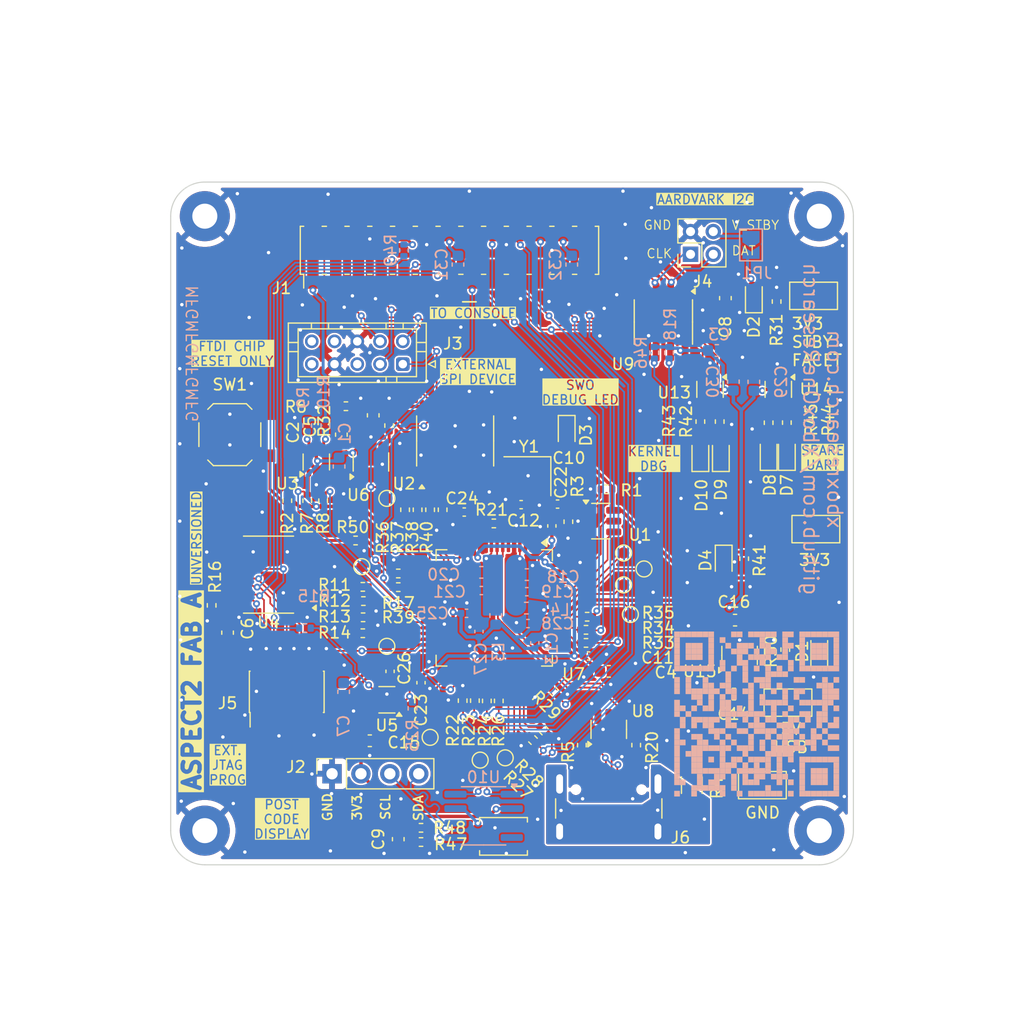
<source format=kicad_pcb>
(kicad_pcb (version 20241229) (generator "pcbnew") (generator_version "9.0")
  (title_block (title "ASPECT2 PCB") (date "${ISSUE_DATE}") (rev "${DESIGN_REV}"))
  (layers (0 "F.Cu" signal) (4 "In1.Cu" power) (6 "In2.Cu" power) (2 "B.Cu" signal) (13 "F.Paste" user) (15 "B.Paste" user) (5 "F.SilkS" user "F.Silkscreen") (7 "B.SilkS" user "B.Silkscreen") (1 "F.Mask" user) (3 "B.Mask" user) (25 "Edge.Cuts" user))
  (property "DESIGN_REV" "UNVERSIONED")
  (property "ISSUE_DATE" "1970-01-01")
  (property "MFG_MARKING" "MFGMFGMFGMFG")
  (net 0 "")
  (net 1 "+3.3V")
  (net 2 "Net-(D2-K)")
  (net 3 "Net-(D3-K)")
  (net 4 "Net-(D4-K)")
  (net 5 "VBUS")
  (net 10 "Net-(R32-Pad2)")
  (net 12 "Net-(J4-Pin_4)")
  (net 14 "Net-(U7-VREGOUT)")
  (net 15 "Net-(U7-OSCI)")
  (net 16 "Net-(U7-OSCO)")
  (net 17 "V_3P3STBY_FACET")
  (net 18 "Net-(D7-A)")
  (net 19 "Net-(D8-A)")
  (net 20 "Net-(D9-A)")
  (net 21 "Net-(D10-A)")
  (net 22 "FACET_SPI_MISO")
  (net 23 "FTDI_SMC_CTS_FACET")
  (net 24 "FTDI_SWO_EN_N")
  (net 25 "FTDI_SMC_TXD_FACET")
  (net 26 "FACET_SPI_MOSI")
  (net 27 "FACET_SPI_CLK")
  (net 28 "FTDI_SMC_RTS_FACET")
  (net 29 "SMC_RST_N")
  (net 30 "FACET_SPI_SS_N")
  (net 31 "FTDI_SMC_RXD_FACET")
  (net 32 "Net-(U1-DO)")
  (net 33 "Net-(U7-~{RESET})")
  (net 34 "Net-(U1-DI)")
  (net 35 "FTDI_SPI_EN_N")
  (net 36 "FTDI_SPI_RST_N")
  (net 37 "FTDI_JTAG_RST_N")
  (net 38 "/Buffers, Inverters, Shifters/SPI_RST_N_OD")
  (net 39 "/Buffers, Inverters, Shifters/JTAG_RST_N_OD")
  (net 40 "FTDI_SB_TCK")
  (net 41 "/FTDI/FTDI_SB_TCK_R")
  (net 42 "FTDI_SB_TDI")
  (net 43 "/FTDI/FTDI_SB_TDI_R")
  (net 44 "FTDI_SB_TDO")
  (net 45 "/FTDI/FTDI_SB_TDO_R")
  (net 46 "FTDI_SB_TMS")
  (net 47 "/FTDI/FTDI_SB_TMS_R")
  (net 48 "FTDI_JTAG_EN_N_R")
  (net 49 "Net-(U4-~{OE})")
  (net 50 "/FTDI/FTDI_SWO_EN_N_R")
  (net 51 "Net-(U7-REF)")
  (net 52 "/FTDI/FTDI_SMC_RXD_R")
  (net 53 "/FTDI/FTDI_SMC_TXD_R")
  (net 54 "/FTDI/FTDI_SMC_CTS_R")
  (net 55 "FTDI_JTAG_EN")
  (net 56 "/FTDI/FTDI_SMC_RTS_R")
  (net 57 "/FTDI/FTDI_SMBUS_CLK_R")
  (net 58 "/FTDI/FTDI_SMBUS_DATA_R")
  (net 59 "/FTDI/FTDI_KER_DBG_RXD_R")
  (net 60 "/FTDI/FTDI_KER_DBG_TXD_R")
  (net 61 "/FTDI/FTDI_KER_DBG_CTS_R")
  (net 62 "/FTDI/FTDI_KER_DBG_RTS_R")
  (net 63 "FTDI_SPI_MOSI")
  (net 64 "/FTDI/FTDI_SPI_MOSI_R")
  (net 65 "/FTDI/FTDI_SPI_MISO_R")
  (net 66 "FTDI_SPI_MISO")
  (net 67 "/FTDI/FTDI_SPI_SS_N_R")
  (net 68 "FTDI_SPI_SS_N")
  (net 69 "/FTDI/FTDI_SPI_EN_N_R")
  (net 70 "/FTDI/FTDI_SPI_CLK_R")
  (net 71 "FTDI_SPI_CLK")
  (net 72 "Net-(U13-1Y)")
  (net 73 "Net-(U13-2Y)")
  (net 74 "Net-(U14-1Y)")
  (net 75 "Net-(U14-2Y)")
  (net 76 "FTDI_AD6")
  (net 77 "FTDI_JTAG_SW_EN")
  (net 78 "FTDI_TP3")
  (net 79 "FTDI_CD4")
  (net 80 "FTDI_CD5")
  (net 81 "FTDI_DD4")
  (net 82 "FTDI_DD5")
  (net 83 "FTDI_DD6")
  (net 84 "FTDI_DD7")
  (net 85 "Net-(U1-CS)")
  (net 86 "Net-(U1-CLK)")
  (net 92 "Earth")
  (net 93 "Net-(D1-A)")
  (net 94 "/FTDI/VPHY")
  (net 95 "/FTDI/VPLL")
  (net 96 "/Connectors/D-")
  (net 97 "/Connectors/D+")
  (net 98 "Net-(J6-CC2)")
  (net 99 "Net-(J6-SHIELD)")
  (net 100 "Net-(J6-CC1)")
  (net 103 "FTDI_KER_DBG_RXD")
  (net 104 "FTDI_KER_DBG_RTS_FACET")
  (net 105 "FTDI_SMBUS_CLK_FACET")
  (net 106 "FTDI_KER_DBG_TXD_FACET")
  (net 107 "FACET_SB_TDI")
  (net 108 "FTDI_KER_DBG_CTS")
  (net 109 "FACET_SB_TMS")
  (net 110 "FACET_SB_TCK")
  (net 111 "FTDI_SMBUS_DATA_FACET")
  (net 112 "FACET_SB_TDO")
  (net 113 "ESD_D-")
  (net 114 "ESD_D+")
  (net 115 "FTDI_SMBUS_DATA")
  (net 116 "FTDI_SMBUS_CLK")
  (net 117 "Net-(U10-PA13)")
  (net 118 "/OLED PostCode display/I2C2_SDA_OLED")
  (net 120 "/OLED PostCode display/I2C2_SCL_OLED")
  (net 121 "Net-(J1-Pin_10)")
  (net 122 "Net-(R2-Pad1)")
  (footprint "Package_TO_SOT_SMD:SOT-23-5" (layer "F.Cu") (at 105 127.6 90)
    (property "Reference" "U15")
    (property "Value" "TLV75533PDBVR")
  )
  (footprint "Resistor_SMD:R_0402_1005Metric" (layer "F.Cu") (at 71.885 125.65 180)
    (property "Reference" "R14")
    (property "Value" "33")
  )
  (footprint "Resistor_SMD:R_0402_1005Metric" (layer "F.Cu") (at 108.25 96.5 90)
    (property "Reference" "R31")
    (property "Value" "100")
  )
  (footprint "LED_SMD:LED_0603_1608Metric" (layer "F.Cu") (at 101.55 109.95 90)
    (property "Reference" "D10")
    (property "Value" "blue LED")
  )
  (footprint "Resistor_SMD:R_0402_1005Metric" (layer "F.Cu") (at 87.8 134.2 -45)
    (property "Reference" "R28")
    (property "Value" "0")
  )
  (footprint "Package_SO:TSSOP-20_4.4x6.5mm_P0.65mm" (layer "F.Cu") (at 80 108.75 90)
    (property "Reference" "U2")
    (property "Value" "SN74CB3T3245PWR")
  )
  (footprint "Resistor_SMD:R_0402_1005Metric" (layer "F.Cu") (at 71.91 124.25 180)
    (property "Reference" "R13")
    (property "Value" "0")
  )
  (footprint "Capacitor_SMD:C_0603_1608Metric" (layer "F.Cu") (at 75 143.75 -90)
    (property "Reference" "C9")
    (property "Value" "1 uF")
  )
  (footprint "Resistor_SMD:R_0402_1005Metric" (layer "F.Cu") (at 75.6 114.8 90)
    (property "Reference" "R36")
    (property "Value" "33")
  )
  (footprint "Resistor_SMD:R_0402_1005Metric" (layer "F.Cu") (at 76.7 114.8 90)
    (property "Reference" "R37")
    (property "Value" "33")
  )
  (footprint "TestPoint:TestPoint_Pad_D1.0mm" (layer "F.Cu") (at 74 113.8)
    (property "Reference" "TP_SWO1" (hide yes))
    (property "Value" "TestPoint")
  )
  (footprint "Resistor_SMD:R_0402_1005Metric" (layer "F.Cu") (at 103.25 107.05 -90)
    (property "Reference" "R42")
    (property "Value" "100")
  )
  (footprint "Resistor_SMD:R_0402_1005Metric" (layer "F.Cu") (at 78.9 114.8 90)
    (property "Reference" "R40")
    (property "Value" "33")
  )
  (footprint "Resistor_SMD:R_0402_1005Metric" (layer "F.Cu") (at 80.66 131.575 -90)
    (property "Reference" "R22")
    (property "Value" "33")
  )
  (footprint "Resistor_SMD:R_0402_1005Metric" (layer "F.Cu") (at 91.5 126.5)
    (property "Reference" "R33")
    (property "Value" "0")
  )
  (footprint "Package_QFP:LQFP-64_10x10mm_P0.5mm" (layer "F.Cu") (at 83.435 123.425 -90)
    (property "Reference" "U7")
    (property "Value" "FT4232H")
  )
  (footprint "Resistor_SMD:R_0402_1005Metric" (layer "F.Cu") (at 107.55 107.15 -90)
    (property "Reference" "R45")
    (property "Value" "100")
  )
  (footprint "TestPoint:TestPoint_Pad_D1.0mm" (layer "F.Cu") (at 71.8 119.8 90)
    (property "Reference" "TP_AD1" (hide yes))
    (property "Value" "TestPoint")
  )
  (footprint "Package_TO_SOT_SMD:SOT-363_SC-70-6" (layer "F.Cu") (at 108.4 104.22 -90)
    (property "Reference" "U14")
    (property "Value" "SN74LVC2G06DCKR")
  )
  (footprint "Connector_JST:JST_PHD_B10B-PHDSS_2x05_P2.00mm_Vertical" (layer "F.Cu") (at 75.4 102 180)
    (property "Reference" "J3")
    (property "Value" "JST B10B-PHDSS-B" (hide yes))
  )
  (footprint "LED_SMD:LED_0603_1608Metric" (layer "F.Cu") (at 89.8 108 -90)
    (property "Reference" "D3")
    (property "Value" "green LED")
  )
  (footprint "Resistor_SMD:R_0402_1005Metric" (layer "F.Cu") (at 109.15 107.14 -90)
    (property "Reference" "R44")
    (property "Value" "100")
  )
  (footprint "Capacitor_SMD:C_0603_1608Metric" (layer "F.Cu") (at 93.5 129)
    (property "Reference" "C4")
    (property "Value" "4.7 uF")
  )
  (footprint "Capacitor_SMD:C_0402_1005Metric" (layer "F.Cu") (at 88.5 116.22 90)
    (property "Reference" "C22")
    (property "Value" "0.1 uF")
  )
  (footprint "MountingHole:MountingHole_2.2mm_M2_Pad" (layer "F.Cu") (at 112 143)
    (property "Reference" "H4" (hide yes))
    (property "Value" "MountingHole")
  )
  (footprint "TestPoint:TestPoint_Pad_D1.0mm" (layer "F.Cu") (at 94.8 121.4)
    (property "Reference" "TP_DD2" (hide yes))
    (property "Value" "TestPoint")
  )
  (footprint "Resistor_SMD:R_0402_1005Metric" (layer "F.Cu") (at 75 121.6 180)
    (property "Reference" "R39")
    (property "Value" "0")
  )
  (footprint "Resistor_SMD:R_0402_1005Metric" (layer "F.Cu") (at 77 142.75)
    (property "Reference" "R48")
    (property "Value" "2K2")
  )
  (footprint "Package_TO_SOT_SMD:SOT-23-5" (layer "F.Cu") (at 72.6 110.6 90)
    (property "Reference" "U6")
    (property "Value" "74LVC1G07DBV")
  )
  (footprint "Capacitor_SMD:C_0402_1005Metric" (layer "F.Cu") (at 77 130 -90)
    (property "Reference" "C23")
    (property "Value" "0.1 uF")
  )
  (footprint "Package_TO_SOT_SMD:SOT-363_SC-70-6" (layer "F.Cu") (at 67.8 110.6 90)
    (property "Reference" "U3")
    (property "Value" "SN74AUP2G07DCKR")
  )
  (footprint "TestPoint:TestPoint_Pad_D1.0mm" (layer "F.Cu") (at 84.4 136.6)
    (property "Reference" "TP_CD2" (hide yes))
    (property "Value" "TestPoint")
  )
  (footprint "Crystal:Crystal_SMD_3225-4Pin_3.2x2.5mm" (layer "F.Cu") (at 86.35 111.85 180)
    (property "Reference" "Y1")
    (property "Value" "XTAL 12Mhz")
  )
  (footprint "Resistor_SMD:R_0402_1005Metric" (layer "F.Cu") (at 91.5 125.35)
    (property "Reference" "R34")
    (property "Value" "33")
  )
  (footprint "Resistor_SMD:R_0402_1005Metric" (layer "F.Cu") (at 75 120.4 180)
    (property "Reference" "R17")
    (property "Value" "0")
  )
  (footprint "TestPoint:TestPoint_Keystone_5019_Miniature" (layer "F.Cu") (at 111.7 116.5 180)
    (property "Reference" "TP3" (hide yes))
    (property "Value" "TestPoint")
  )
  (footprint "Capacitor_SMD:C_0603_1608Metric" (layer "F.Cu") (at 72.8 106.5 -90)
    (property "Reference" "C5")
    (property "Value" "1 uF")
  )
  (footprint "LED_SMD:LED_0603_1608Metric" (layer "F.Cu") (at 103.6 119.4 -90)
    (property "Reference" "D4")
    (property "Value" "red LED")
  )
  (footprint "Package_TO_SOT_SMD:SOT-363_SC-70-6" (layer "F.Cu") (at 102.4 104.22 -90)
    (property "Reference" "U13")
    (property "Value" "SN74LVC2G06DCKR")
  )
  (footprint "Resistor_SMD:R_0402_1005Metric" (layer "F.Cu") (at 86.839376 135.039376 -45)
    (property "Reference" "R27")
    (property "Value" "0")
  )
  (footprint "Capacitor_SMD:C_0603_1608Metric" (layer "F.Cu") (at 70 108.2 90)
    (property "Reference" "C2")
    (property "Value" "1 uF")
  )
  (footprint "Resistor_SMD:R_0402_1005Metric" (layer "F.Cu") (at 109.0125 127.09 90)
    (property "Reference" "R30")
    (property "Value" "150")
  )
  (footprint "Package_TO_SOT_SMD:SOT-23-6" (layer "F.Cu") (at 92.8 115.8)
    (property "Reference" "U1")
    (property "Value" "93LC56B")
  )
  (footprint "Resistor_SMD:R_0402_1005Metric" (layer "F.Cu") (at 101.55 107.05 -90)
    (property "Reference" "R43")
    (property "Value" "100")
  )
  (footprint "Capacitor_SMD:C_0603_1608Metric" (layer "F.Cu") (at 104.5 131)
    (property "Reference" "C14")
    (property "Value" "1 uF")
  )
  (footprint "Connector_PinHeader_2.00mm:PinHeader_2x02_P2.00mm_Vertical" (layer "F.Cu") (at 100.685 92.35 90)
    (property "Reference" "J4")
    (property "Value" "AARDVARK")
  )
  (footprint "Resistor_SMD:R_0402_1005Metric" (layer "F.Cu") (at 83.835 131.6 -90)
    (property "Reference" "R26")
    (property "Value" "0")
  )
  (footprint "LED_SMD:LED_0603_1608Metric" (layer "F.Cu") (at 112 127.1 90)
    (property "Reference" "D1")
    (property "Value" "red LED")
  )
  (footprint "Resistor_SMD:R_0402_1005Metric" (layer "F.Cu") (at 67 114 90)
    (property "Reference" "R7")
    (property "Value" "4k7")
  )
  (footprint "Capacitor_SMD:C_0402_1005Metric" (layer "F.Cu") (at 91.735 127.65)
    (property "Reference" "C11")
    (property "Value" "0.1 uF")
  )
  (footprint "MountingHole:MountingHole_2.2mm_M2_Pad" (layer "F.Cu") (at 58 143)
    (property "Reference" "H3" (hide yes))
    (property "Value" "MountingHole")
  )
  (footprint "Resistor_SMD:R_0402_1005Metric" (layer "F.Cu") (at 91.6 124.2)
    (property "Reference" "R35")
    (property "Value" "0")
  )
  (footprint "Resistor_SMD:R_0402_1005Metric" (layer "F.Cu") (at 81.735 131.575 -90)
    (property "Reference" "R23")
    (property "Value" "0")
  )
  (footprint "TestPoint:TestPoint_Pad_D1.0mm" (layer "F.Cu") (at 95.4 124)
    (property "Reference" "TP_DD1" (hide yes))
    (property "Value" "TestPoint")
  )
  (footprint "Connector_USB:USB_C_Receptacle_GCT_USB4105-xx-A_16P_TopMnt_Horizontal" (layer "F.Cu") (at 93.5 142)
    (property "Reference" "J6")
    (property "Value" "USB_C_Receptacle_USB2.0_16P")
  )
  (footprint "Resistor_SMD:R_0402_1005Metric" (layer "F.Cu") (at 70.4 105.7)
    (property "Reference" "R6")
    (property "Value" "10k")
  )
  (footprint "Resistor_SMD:R_0402_1005Metric" (layer "F.Cu") (at 105.4 119.1 -90)
    (property "Reference" "R41")
    (property "Value" "100")
  )
  (footprint "Resistor_SMD:R_0402_1005Metric" (layer "F.Cu") (at 71.935 122.825 180)
    (property "Reference" "R12")
    (property "Value" "33")
  )
  (footprint "Button_Switch_SMD:SW_SPST_TS-1088-xR020" (layer "F.Cu") (at 84.25 143.5)
    (property "Reference" "SW2" (hide yes))
    (property "Value" "SW_Push_STM32")
  )
  (footprint "TestPoint:TestPoint_Pad_D1.0mm" (layer "F.Cu") (at 82.2 136.8)
    (property "Reference" "TP_CD1" (hide yes))
    (property "Value" "TestPoint")
  )
  (footprint "Capacitor_SMD:C_0603_1608Metric" (layer "F.Cu") (at 104.6 124.5)
    (property "Reference" "C16")
    (property "Value" "0.47 uF")
  )
  (footprint "Resistor_SMD:R_0402_1005Metric" (layer "F.Cu") (at 77 144)
    (property "Reference" "R47")
    (property "Value" "2K2")
  )
  (footprint "LED_SMD:LED_0603_1608Metric" (layer "F.Cu") (at 106.25 96 90)
    (property "Reference" "D2")
    (property "Value" "red LED")
  )
  (footprint "Resistor_SMD:R_0402_1005Metric" (layer "F.Cu") (at 95.9104 135.4836 90)
    (property "Reference" "R20")
    (property "Value" "5k1")
  )
  (footprint "Package_SO:TSSOP-20_4.4x6.5mm_P0.65mm" (layer "F.Cu") (at 63.6 120.5 180)
    (property "Reference" "U4")
    (property "Value" "SN74CB3T3245PWR")
  )
  (footprint "Button_Switch_SMD:SW_SPST_SKQG_WithoutStem" (layer "F.Cu") (at 60.2 108.2)
    (property "Reference" "SW1")
    (property "Value" "RESET")
  )
  (footprint "Connector_PinHeader_1.27mm:PinHeader_2x05_P1.27mm_Vertical_SMD" (layer "F.Cu") (at 65.2 130.8 90)
    (property "Reference" "J5")
    (property "Value" "Conn_ARM_JTAG_SWD_10")
  )
  (footprint "Connector_PinSocket_2.54mm:PinSocket_1x04_P2.54mm_Vertical" (layer "F.Cu") (at 69.18 138 90)
    (property "Reference" "J2")
    (property "Value" "Conn_01x04_OLED_SSD1306")
  )
  (footprint "Connector_PinHeader_2.00mm:PinHeader_2x13_P2.00mm_Vertical_SMD" (layer "F.Cu") (at 79.5 92 90)
    (property "Reference" "J1")
    (property "Value" "Conn_02x13P_SMD")
  )
  (footprint "Capacitor_SMD:C_0402_1005Metric" (layer "F.Cu") (at 89 114.3)
    (property "Reference" "C10")
    (property "Value" "30 pF")
  )
  (footprint "Resistor_SMD:R_0402_1005Metric" (layer "F.Cu") (at 74.2 107.4 -90)
    (property "Reference" "R32")
    (property "Value" "100")
  )
  (footprint "TestPoint:TestPoint_Pad_D1.0mm" (layer "F.Cu") (at 96.6 120)
    (property "Reference" "TP_DD3" (hide yes))
    (property "Value" "TestPoint")
  )
  (footprint "Resistor_SMD:R_0402_1005Metric" (layer "F.Cu") (at 89.95 115.85 90)
    (property "Reference" "R3")
    (property "Value" "2k")
  )
  (footprint "TestPoint:TestPoint_Keystone_5019_Miniature" (layer "F.Cu") (at 107 139)
    (property "Reference" "TP4" (hide yes))
    (property "Value" "TestPoint")
  )
  (footprint "Resistor_SMD:R_0402_1005Metric" (layer "F.Cu") (at 58.6 123.2 -90)
    (property "Reference" "R16")
    (property "Value" "10k")
  )
  (footprint "LED_SMD:LED_0603_1608Metric" (layer "F.Cu") (at 107.55 109.85 90)
    (property "Reference" "D8")
    (property "Value" "blue LED")
  )
  (footprint "Capacitor_SMD:C_0402_1005Metric" (layer "F.Cu") (at 85.8 114.35)
    (property "Reference" "C12")
    (property "Value" "30 pF")
  )
  (footprint "Resistor_SMD:R_0402_1005Metric" (layer "F.Cu") (at 65.25 114 90)
    (property "Reference" "R2")
    (property "Value" "10k")
  )
  (footprint "Package_SO:SOIC-8_3.9x4.9mm_P1.27mm" (layer "F.Cu") (at 98.3 98.3 -90)
    (property "Reference" "U9")
    (property "Value" "ISO1540")
  )
  (footprint "TestPoint:TestPoint_Pad_D1.0mm" (layer "F.Cu") (at 94.8 118.6)
    (property "Reference" "TP_DD4" (hide yes))
    (property "Value" "TestPoint")
  )
  (footprint "Resistor_SMD:R_1206_3216Metric" (layer "F.Cu") (at 100.8 139 90)
    (property "Reference" "R4")
    (property "Value" "0")
  )
  (footprint "Resistor_SMD:R_0402_1005Metric" (layer "F.Cu") (at 68.4 114 90)
    (property "Reference" "R8")
    (property "Value" "4k7")
  )
  (footprint "LED_SMD:LED_0603_1608Metric" (layer "F.Cu") (at 109.15 109.85 90)
    (property "Reference" "D7")
    (property "Value" "blue LED")
  )
  (footprint "Resistor_SMD:R_0402_1005Metric" (layer "F.Cu") (at 77.8 114.8 90)
    (property "Reference" "R38")
    (property "Value" "33")
  )
  (footprint "Resistor_SMD:R_0402_1005Metric" (layer "F.Cu") (at 71.25 117.5)
    (property "Reference" "R50")
    (property "Value" "1k")
  )
  (footprint "Resistor_SMD:R_0402_1005Metric" (layer "F.Cu") (at 88.7 130.8 -45)
    (property "Reference" "R29")
    (property "Value" "33")
  )
  (footprint "Capacitor_SMD:C_0402_1005Metric" (layer "F.Cu") (at 80.8 115 180)
    (property "Reference" "C24")
    (property "Value" "0.1 uF")
  )
  (footprint "Resistor_SMD:R_0402_1005Metric" (layer "F.Cu") (at 83.4 116 180)
    (property "Reference" "R21")
    (property "Value" "12K")
  )
  (footprint "Package_TO_SOT_SMD:SOT-353_SC-70-5" (layer "F.Cu") (at 74 131.5 180)
    (property "Reference" "U5")
    (property "Value" "SN74LVC1G06DCKR")
  )
  (footprint "TestPoint:TestPoint_Pad_D1.0mm" (layer "F.Cu") (at 74 126.8)
    (property "Reference" "TP_BD1" (hide yes))
    (property "Value" "TestPoint")
  )
  (footprint "TestPoint:TestPoint_Keystone_5019_Miniature" (layer "F.Cu") (at 109.25 131.75)
    (property "Reference" "TP2" (hide yes))
    (property "Value" "TestPoint")
  )
  (footprint "MountingHole:MountingHole_2.2mm_M2_Pad" (layer "F.Cu") (at 112 89)
    (property "Reference" "H2" (hide yes))
    (property "Value" "MountingHole")
  )
  (footprint "Resistor_SMD:R_0402_1005Metric" (layer "F.Cu") (at 93.3 113 180)
    (property "Reference" "R1")
    (property "Value" "10k")
  )
  (footprint "LED_SMD:LED_0603_1608Metric" (layer "F.Cu") (at 103.35 109.95 90)
    (property "Reference" "D9")
    (property "Value" "blue LED")
  )
  (footprint "Capacitor_SMD:C_0603_1608Metric" (layer "F.Cu") (at 72.5 135.1)
    (property "Reference" "C15")
    (property "Value" "1 uF")
  )
  (footprint "Capacitor_SMD:C_0603_1608Metric" (layer "F.Cu") (at 60 125.6 -90)
    (property "Reference" "C6")
    (property "Value" "1 uF")
  )
  (footprint "Capacitor_SMD:C_0603_1608Metric" (layer "F.Cu") (at 103.75 96.2 -90)
    (property "Reference" "C8")
    (property "Value" "1 uF")
  )
  (footprint "Resistor_SMD:R_0402_1005Metric" (layer "F.Cu") (at 91.1352 135.4836 90)
    (property "Reference" "R5")
    (property "Value" "5k1")
  )
  (footprint "Capacitor_SMD:C_0402_1005Metric" (layer "F.Cu") (at 74.28 129 -90)
    (property "Reference" "C26")
    (property "Value" "0.1 uF")
  )
  (footprint "Resistor_SMD:R_0402_1005Metric" (layer "F.Cu") (at 71.885 121.575 180)
    (property "Reference" "R11")
    (property "Value" "33")
  )
  (footprint "Resistor_SMD:R_0402_1005Metric" (layer "F.Cu") (at 82.785 131.6 -90)
    (property "Reference" "R24")
    (property "Value" "33")
  )
  (footprint "MountingHole:MountingHole_2.2mm_M2_Pad" (layer "F.Cu") (at 58 89)
    (property "Reference" "H1" (hide yes))
    (property "Value" "MountingHole")
  )
  (footprint "Package_TO_SOT_SMD:SOT-23-6" (layer "F.Cu") (at 93.5 134.1 90)
    (property "Reference" "U8")
    (property "Value" "USBLC6-2SC6")
  )
  (footprint "TestPoint:TestPoint_Keystone_5019_Miniature" (layer "F.Cu") (at 111.5 96)
    (property "Reference" "TP1" (hide yes))
    (property "Value" "TestPoint")
  )
  (footprint "TestPoint:TestPoint_Pad_D1.0mm" (layer "F.Cu") (at 77.8 134.8)
    (property "Reference" "TP_BD2" (hide yes))
    (property "Value" "TestPoint")
  )
  (footprint "Capacitor_SMD:C_0402_1005Metric" (layer "B.Cu") (at 86.3 122)
    (property "Reference" "C19")
    (property "Value" "0.1 uF")
  )
  (footprint "Capacitor_SMD:C_0603_1608Metric" (layer "B.Cu") (at 82.3 120.3 180)
    (property "Reference" "C20")
    (property "Value" "4.7 uF")
  )
  (footprint "Resistor_SMD:R_0402_1005Metric" (layer "B.Cu") (at 75.5 92 -90)
    (property "Reference" "R49")
    (property "Value" "33")
  )
  (footprint "Capacitor_SMD:C_0603_1608Metric" (layer "B.Cu") (at 70.2 130.8 -90)
    (property "Reference" "C7")
    (property "Value" "1 uF")
  )
  (footprint "Resistor_SMD:R_0402_1005Metric" (layer "B.Cu") (at 66.8 125.2 180)
    (property "Reference" "R15")
    (property "Value" "0")
  )
  (footprint "Capacitor_SMD:C_0603_1608Metric" (layer "B.Cu") (at 104.45 103.54 90)
    (property "Reference" "C30")
    (property "Value" "1 uF")
  )
  (footprint "Resistor_SMD:R_0402_1005Metric" (layer "B.Cu") (at 97.5 101 -90)
    (property "Reference" "R46")
    (property "Value" "2k2")
  )
  (footprint "Capacitor_SMD:C_0603_1608Metric" (layer "B.Cu") (at 90.25 93.25 -90)
    (property "Reference" "C32")
    (property "Value" "4.7 uF")
  )
  (footprint "Capacitor_SMD:C_0402_1005Metric" (layer "B.Cu") (at 82.3 121.9 180)
    (property "Reference" "C21")
    (property "Value" "0.1 uF")
  )
  (footprint "Capacitor_SMD:C_0603_1608Metric" (layer "B.Cu") (at 86.3 120.5)
    (property "Reference" "C18")
    (property "Value" "4.7 uF")
  )
  (footprint "Capacitor_SMD:C_0402_1005Metric" (layer "B.Cu") (at 81 123.9)
    (property "Reference" "C25")
    (property "Value" "0.1 uF")
  )
  (footprint "QR_Code:Github_Project_Link" (layer "B.Cu") (at 106.5 132.75 180)
    (property "Reference" "SYM1" (hide yes))
    (property "Value" "~" (hide yes))
  )
  (footprint "Capacitor_SMD:C_0603_1608Metric" (layer "B.Cu") (at 106.25 103.55625 90)
    (property "Reference" "C29")
    (property "Value" "1 uF")
  )
  (footprint "Capacitor_SMD:C_0402_1005Metric" (layer "B.Cu") (at 87 126.5 90)
    (property "Reference" "C13")
    (property "Value" "0.1 uF")
  )
  (footprint "Resistor_SMD:R_0402_1005Metric" (layer "B.Cu") (at 68.6 107.4 90)
    (property "Reference" "R10")
    (property "Value" "100")
  )
  (footprint "Capacitor_SMD:C_0603_1608Metric" (layer "B.Cu") (at 80.25 93.25 -90)
    (property "Reference" "C31")
    (property "Value" "4.7 uF")
  )
  (footprint "Capacitor_SMD:C_0402_1005Metric" (layer "B.Cu") (at 82.0928 125.5 90)
    (property "Reference" "C27")
    (property "Value" "0.1 uF")
  )
  (footprint "Resistor_SMD:R_0402_1005Metric" (layer "B.Cu") (at 98.8 101 -90)
    (property "Reference" "R18")
    (property "Value" "2k2")
  )
  (footprint "Resistor_SMD:R_0402_1005Metric" (layer "B.Cu") (at 67 107.4 90)
    (property "Reference" "R9")
    (property "Value" "100")
  )
  (footprint "Capacitor_SMD:C_0603_1608Metric" (layer "B.Cu") (at 69.8 111 -90)
    (property "Reference" "C1")
    (property "Value" "1 uF")
  )
  (footprint "Resistor_SMD:R_0402_1005Metric" (layer "B.Cu") (at 76.25 132.25 -90)
    (property "Reference" "R25")
    (property "Value" "10k")
  )
  (footprint "Capacitor_SMD:C_0603_1608Metric" (layer "B.Cu") (at 103 100.8)
    (property "Reference" "C3")
    (property "Value" "1 uF")
  )
  (footprint "Capacitor_SMD:C_0402_1005Metric" (layer "B.Cu") (at 86.4 124.8 180)
    (property "Reference" "C28")
    (property "Value" "0.1 uF")
  )
  (footprint "Package_SO:SOIC-8_3.9x4.9mm_P1.27mm" (layer "B.Cu") (at 82.5 141.7 180)
    (property "Reference" "U10")
    (property "Value" "STM32G031J6Mx")
  )
  (footprint "Inductor_SMD:L_0603_1608Metric" (layer "B.Cu") (at 83.566 124.1 -90)
    (property "Reference" "L3")
    (property "Value" "600R")
  )
  (footprint "Jumper:SolderJumper-2_P1.3mm_Open_TrianglePad1.0x1.5mm" (layer "B.Cu") (at 106 91.525 -90)
    (property "Reference" "JP1")
    (property "Value" "SolderJumper_2_Open")
  )
  (footprint "Inductor_SMD:L_0603_1608Metric" (layer "B.Cu") (at 86.2584 123.444)
    (property "Reference" "L4")
    (property "Value" "600R")
  )
  (gr_line (start 80.6625 96.525) (end 81.8375 96.525) (stroke (width 0.15)) (layer "F.SilkS"))
  (gr_arc (start 115 143) (mid 114.12132 145.12132) (end 112 146) (stroke (width 0.1)) (layer "Edge.Cuts"))
  (gr_arc (start 58 146) (mid 55.87868 145.12132) (end 55 143) (stroke (width 0.1)) (layer "Edge.Cuts"))
  (gr_line (start 58 86) (end 112 86) (stroke (width 0.1)) (layer "Edge.Cuts"))
  (gr_line (start 55 143) (end 55 89) (stroke (width 0.1)) (layer "Edge.Cuts"))
  (gr_line (start 58 146) (end 112 146) (stroke (width 0.1)) (layer "Edge.Cuts"))
  (gr_arc (start 55 89) (mid 55.87868 86.87868) (end 58 86) (stroke (width 0.1)) (layer "Edge.Cuts"))
  (gr_line (start 115 143) (end 115 89) (stroke (width 0.1)) (layer "Edge.Cuts"))
  (gr_arc (start 112 86) (mid 114.12132 86.87868) (end 115 89) (stroke (width 0.1)) (layer "Edge.Cuts"))
  (gr_text "SPARE\nUART" (at 112.3 111.34 0) (layer "F.SilkS" knockout) (effects (font (size 0.8 0.8) (thickness 0.125)) (justify bottom)))
  (gr_text "DAT" (at 104.25 92.5 0) (layer "F.SilkS") (effects (font (size 0.8 0.8) (thickness 0.1)) (justify left bottom)))
  (gr_text "V_STBY" (at 104.25 90.25 0) (layer "F.SilkS") (effects (font (size 0.8 0.8) (thickness 0.1)) (justify left bottom)))
  (gr_text "3V3" (at 71.85 142.186508 90) (layer "F.SilkS") (effects (font (size 0.8 0.8)) (justify left bottom)))
  (gr_text "SDA" (at 77.25 142.237301 90) (layer "F.SilkS") (effects (font (size 0.8 0.8)) (justify left bottom)))
  (gr_text "GND" (at 69.25 142.25 90) (layer "F.SilkS") (effects (font (size 0.8 0.8)) (justify left bottom)))
  (gr_text "AARDVARK I2C" (at 102 88 0) (layer "F.SilkS" knockout) (effects (font (size 0.8 0.8) (thickness 0.125)) (justify bottom)))
  (gr_text "${DESIGN_REV}" (at 57.75 121.5 90) (layer "F.SilkS" knockout) (effects (font (size 0.8 0.8) (thickness 0.125)) (justify left bottom)))
  (gr_text "POST\nCODE\nDISPLAY" (at 64.75 142 0) (layer "F.SilkS" knockout) (effects (font (size 0.8 0.8) (thickness 0.125))))
  (gr_text "SCL" (at 74.35 142.135714 90) (layer "F.SilkS") (effects (font (size 0.8 0.8)) (justify left bottom)))
  (gr_text "CLK" (at 96.75 92.75 0) (layer "F.SilkS") (effects (font (size 0.8 0.8) (thickness 0.1)) (justify left bottom)))
  (gr_text "3V3" (at 111.6 119.8 0) (layer "F.SilkS") (effects (font (size 1 1)) (justify bottom)))
  (gr_text "SWO\nDEBUG LED" (at 91 105.6 0) (layer "F.SilkS" knockout) (effects (font (size 0.8 0.8) (thickness 0.125)) (justify bottom)))
  (gr_text "TO CONSOLE" (at 81.6 98 0) (layer "F.SilkS" knockout) (effects (font (size 0.8 0.8) (thickness 0.125)) (justify bottom)))
  (gr_text "ASPECT2 FAB A" (at 57.75 130.75 90) (layer "F.SilkS" knockout) (effects (font (size 1.5 1.5) (thickness 0.375) (bold yes)) (justify bottom)))
  (gr_text "EXTERNAL\nSPI DEVICE" (at 82 103.8 0) (layer "F.SilkS" knockout) (effects (font (size 0.8 0.8) (thickness 0.125)) (justify bottom)))
  (gr_text "EXT.\nJTAG\nPROG" (at 60 139 0) (layer "F.SilkS" knockout) (effects (font (size 0.8 0.8) (thickness 0.125)) (justify bottom)))
  (gr_text "FTDI CHIP\nRESET ONLY" (at 60.4 102.2 0) (layer "F.SilkS" knockout) (effects (font (size 0.8 0.8) (thickness 0.125)) (justify bottom)))
  (gr_text "3V3\nSTBY\nFACET" (at 109.5 102.25 0) (layer "F.SilkS") (effects (font (size 1 1)) (justify left bottom)))
  (gr_text "5V\nUSB" (at 109.5 136.25 0) (layer "F.SilkS") (effects (font (size 1 1)) (justify bottom)))
  (gr_text "GND" (at 105.4 142 0) (layer "F.SilkS") (effects (font (size 1 1)) (justify left bottom)))
  (gr_text "KERNEL\nDBG" (at 97.45 111.44 0) (layer "F.SilkS" knockout) (effects (font (size 0.8 0.8) (thickness 0.125)) (justify bottom)))
  (gr_text "GND" (at 96.5 90.25 0) (layer "F.SilkS") (effects (font (size 0.8 0.8) (thickness 0.1)) (justify left bottom)))
  (gr_text "${MFG_MARKING}" (at 57.5 95 90) (layer "B.SilkS") (effects (font (size 1 1) (thickness 0.125)) (justify left bottom mirror)))
  (gr_text "xboxresearch.com\ngithub.com/XboxOneResearch" (at 110.5 107.7 270) (layer "B.SilkS") (effects (font (size 1.3 1.3) (thickness 0.1625)) (justify bottom mirror)))
  (segment (start 79.82 123.8) (end 79.82 125.465) (width 0.3) (layer "F.Cu") (net 1))
  (segment (start 71.2 130) (end 71 130) (width 0.3) (layer "F.Cu") (net 1))
  (segment (start 93.9375 114.85) (end 94.599999 114.85) (width 0.3) (layer "F.Cu") (net 1))
  (segment (start 102.4 104.585001) (end 102.4 105.18) (width 0.3) (layer "F.Cu") (net 1))
  (segment (start 74.59 140.925) (end 71.74 138.075) (width 0.3) (layer "F.Cu") (net 1))
  (segment (start 79.82 122.42052) (end 79.82 123.8) (width 0.3) (layer "F.Cu") (net 1))
  (segment (start 89.975663 123.725663) (end 89.925 123.675) (width 0.3) (layer "F.Cu") (net 1))
  (segment (start 74.59 142.565) (end 74.9597 142.9347) (width 0.3) (layer "F.Cu") (net 1))
  (segment (start 84.185 127.631) (end 83.6 127.046) (width 0.3) (layer "F.Cu") (net 1))
  (segment (start 76.9125 105.725) (end 77.075 105.8875) (width 0.3) (layer "F.Cu") (net 1))
  (segment (start 77.76 126.675) (end 76.575 126.675) (width 0.3) (layer "F.Cu") (net 1))
  (segment (start 73 133.825) (end 73 132.2) (width 0.3) (layer "F.Cu") (net 1))
  (segment (start 89.11 123.675) (end 87.875 123.675) (width 0.3) (layer "F.Cu") (net 1))
  (segment (start 72.8 105.725) (end 76.9125 105.725) (width 0.3) (layer "F.Cu") (net 1))
  (segment (start 94.974203 122.755) (end 94.945756 122.726553) (width 0.3) (layer "F.Cu") (net 1))
  (segment (start 83.6 141.1) (end 82.95 141.75) (width 0.3) (layer "F.Cu") (net 1))
  (segment (start 78.57448 121.175) (end 79.82 122.42052) (width 0.3) (layer "F.Cu") (net 1))
  (segment (start 74.73 128.52) (end 74.28 128.52) (width 0.3) (layer "F.Cu") (net 1))
  (segment (start 74.59 140.925) (end 74.59 142.565) (width 0.3) (layer "F.Cu") (net 1))
  (segment (start 94.599999 114.85) (end 99.5 119.750001) (width 0.3) (layer "F.Cu") (net 1))
  (segment (start 77 141.75) (end 76.49 142.26) (width 0.3) (layer "F.Cu") (net 1))
  (segment (start 103.6 120.1875) (end 104.2125 120.8) (width 0.3) (layer "F.Cu") (net 1))
  (segment (start 76.49 142.26) (end 76.49 144) (width 0.3) (layer "F.Cu") (net 1))
  (segment (start 71.1625 108.975) (end 71.65 109.4625) (width 0.3) (layer "F.Cu") (net 1))
  (segment (start 87.875 123.675) (end 87.8 123.6) (width 0.3) (layer "F.Cu") (net 1))
  (segment (start 61.4 126.8) (end 61.4 126.225) (width 0.3) (layer "F.Cu") (net 1))
  (segment (start 70.91 106.22) (end 71.65 106.96) (width 0.3) (layer "F.Cu") (net 1))
  (segment (start 71.76 114.51) (end 76.4 119.15) (width 0.3) (layer "F.Cu") (net 1))
  (segment (start 76.575 126.675) (end 74.73 128.52) (width 0.3) (layer "F.Cu") (net 1))
  (segment (start 107.11157 104.21968) (end 108.034679 104.21968) (width 0.3) (layer "F.Cu") (net 1))
  (segment (start 77.76 121.175) (end 78.57448 121.175) (width 0.3) (layer "F.Cu") (net 1))
  (segment (start 102.745001 104.24) (end 102.4 104.585001) (width 0.3) (layer "F.Cu") (net 1))
  (segment (start 102 125) (end 99.755 122.755) (width 0.3) (layer "F.Cu") (net 1))
  (segment (start 66.269999 114.51) (end 65.25 113.490001) (width 0.3) (layer "F.Cu") (net 1))
  (segment (start 107.4 120.8) (end 111.7 116.5) (width 0.3) (layer "F.Cu") (net 1))
  (segment (start 108.034679 104.21968) (end 108.4 104.585001) (width 0.3) (layer "F.Cu") (net 1))
  (segment (start 71.75 132.15) (end 73.05 132.15) (width 0.3) (layer "F.Cu") (net 1))
  (segment (start 67.8 109.64) (end 67.8 110.411549) (width 0.3) (layer "F.Cu") (net 1))
  (segment (start 76.94552 121.175) (end 77.76 121.175) (width 0.3) (layer "F.Cu") (net 1))
  (segment (start 67 114.51) (end 66.269999 114.51) (width 0.3) (layer "F.Cu") (net 1))
  (segment (start 60.8 127.4) (end 61.4 126.8) (width 0.3) (layer "F.Cu") (net 1))
  (segment (start 60 124.1625) (end 60.7375 123.425) (width 0.3) (layer "F.Cu") (net 1))
  (segment (start 60 124.825) (end 60 124.1625) (width 0.3) (layer "F.Cu") (net 1))
  (segment (start 58.885 123.71) (end 60 124.825) (width 0.3) (layer "F.Cu") (net 1))
  (segment (start 93.81 112.7975) (end 93.81 114.5) (width 0.3) (layer "F.Cu") (net 1))
  (segment (start 75 142.975) (end 76.265 142.975) (width 0.3) (layer "F.Cu") (net 1))
  (segment (start 70.91 105.7) (end 72.775 105.7) (width 0.3) (layer "F.Cu") (net 1))
  (segment (start 103.7 104.24) (end 102.745001 104.24) (width 0.3) (layer "F.Cu") (net 1))
  (segment (start 58.6 123.71) (end 58.885 123.71) (width 0.3) (layer "F.Cu") (net 1))
  (segment (start 71.3375 109.4625) (end 71 109.8) (width 0.3) (layer "F.Cu") (net 1))
  (segment (start 73 132.2) (end 73.05 132.15) (width 0.3) (layer "F.Cu") (net 1))
  (segment (start 63.8 130.8) (end 62.66 131.94) (width 0.3) (layer "F.Cu") (net 1))
  (segment (start 68.4 114.51) (end 71.76 114.51) (width 0.3) (layer "F.Cu") (net 1))
  (segment (start 76.4 119.15) (end 76.4 120.62948) (width 0.3) (layer "F.Cu") (net 1))
  (segment (start 99.5 121.7) (end 102.3 124.5) (width 0.3) (layer "F.Cu") (net 1))
  (segment (start 74.28 128.52) (end 72.68 128.52) (width 0.3) (layer "F.Cu") (net 1))
  (segment (start 89.8 108.7875) (end 93.81 112.7975) (width 0.3) (layer "F.Cu") (net 1))
  (segment (start 79.82 125.465) (end 78.61 126.675) (width 0.3) (layer "F.Cu") (net 1))
  (segment (start 108.4 104.585001) (end 108.4 105.18) (width 0.3) (layer "F.Cu") (net 1))
  (segment (start 103.6 120.1875) (end 103.6 123.1) (width 0.3) (layer "F.Cu") (net 1))
  (segment (start 62.66 132.75) (end 60.8 130.89) (width 0.3) (layer "F.Cu") (net 1))
  (segment (start 67.8 110.411549) (end 67.899452 110.511001) (width 0.3) (layer "F.Cu") (net 1))
  (segment (start 67.8 114.51) (end 68.4 114.51) (width 0.3) (layer "F.Cu") (net 1))
  (segment (start 70 108.975) (end 71.1625 108.975) (width 0.3) (layer "F.Cu") (net 1))
  (segment (start 71.65 109.4625) (end 71.3375 109.4625) (width 0.3) (layer "F.Cu") (net 1))
  (segment (start 72.68 128.52) (end 71.2 130) (width 0.3) (layer "F.Cu") (net 1))
  (segment (start 84.185 127.631) (end 84.185 129.1) (width 0.3) (layer "F.Cu") (net 1))
  (segment (start 99.5 119.750001) (end 99.5 121.7) (width 0.3) (layer "F.Cu") (net 1))
  (segment (start 71.725 135.1) (end 73 133.825) (width 0.3) (layer "F.Cu") (net 1))
  (segment (start 61.4 126.225) (end 60 124.825) (width 0.3) (layer "F.Cu") (net 1))
  (segment (start 103.6 123.1) (end 103.1 123.6) (width 0.3) (layer "F.Cu") (net 1))
  (segment (start 71.65 106.96) (end 71.65 109.4625) (width 0.3) (layer "F.Cu") (net 1))
  (segment (start 94.945756 122.726553) (end 90.974774 122.726552) (width 0.3) (layer "F.Cu") (net 1))
  (segment (start 71 130) (end 71 130.2) (width 0.3) (layer "F.Cu") (net 1))
  (segment (start 70.91 105.6) (end 70.91 106.22) (width 0.3) (layer "F.Cu") (net 1))
  (segment (start 89.925 123.675) (end 89.11 123.675) (width 0.3) (layer "F.Cu") (net 1))
  (segment (start 107 104.33125) (end 107.11157 104.21968) (width 0.3) (layer "F.Cu") (net 1))
  (segment (start 71.725 135.1) (end 71.725 138.06) (width 0.3) (layer "F.Cu") (net 1))
  (segment (start 88.026271 126.73377) (end 88.085041 126.675) (width 0.3) (layer "F.Cu") (net 1))
  (segment (start 104.2125 120.8) (end 107.4 120.8) (width 0.3) (layer "F.Cu") (net 1))
  (segment (start 78.61 126.675) (end 77.76 126.675) (width 0.3) (layer "F.Cu") (net 1))
  (segment (start 67 114.51) (end 67.8 114.51) (width 0.3) (layer "F.Cu") (net 1))
  (segment (start 60.8 130.89) (end 60.8 127.4) (width 0.3) (layer "F.Cu") (net 1))
  (segment (start 76.265 142.975) (end 76.49 142.75) (width 0.3) (layer "F.Cu") (net 1))
  (segment (start 90.974774 122.726552) (end 89.975663 123.725663) (width 0.3) (layer "F.Cu") (net 1))
  (segment (start 76.4 120.62948) (end 76.94552 121.175) (width 0.3) (layer "F.Cu") (net 1))
  (segment (start 70.4 130.8) (end 71.75 132.15) (width 0.3) (layer "F.Cu") (net 1))
  (segment (start 102.1 125) (end 102 125) (width 0.3) (layer "F.Cu") (net 1))
  (segment (start 71 130.2) (end 70.4 130.8) (width 0.3) (layer "F.Cu") (net 1))
  (segment (start 70.4 130.8) (end 63.8 130.8) (width 0.3) (layer "F.Cu") (net 1))
  (segment (start 88.085041 126.675) (end 89.11 126.675) (width 0.3) (layer "F.Cu") (net 1))
  (segment (start 82.95 141.75) (end 77 141.75) (width 0.3) (layer "F.Cu") (net 1))
  (segment (start 99.755 122.755) (end 94.974203 122.755) (width 0.3) (layer "F.Cu") (net 1))
  (via (at 103.7 104.24) (size 0.6) (drill 0.3) (layers "F.Cu" "B.Cu") (net 1))
  (via (at 99.8 100.8) (size 0.6) (drill 0.3) (layers "F.Cu" "B.Cu") (net 1))
  (via (at 71 130) (size 0.6) (drill 0.3) (layers "F.Cu" "B.Cu") (net 1))
  (via (at 71 109.8) (size 0.6) (drill 0.3) (layers "F.Cu" "B.Cu") (net 1))
  (via (at 104.1 123.4) (size 0.6) (drill 0.3) (layers "F.Cu" "B.Cu") (net 1))
  (via (at 88.026271 126.73377) (size 0.6) (drill 0.3) (layers "F.Cu" "B.Cu") (net 1))
  (via (at 67.8 114.51) (size 0.6) (drill 0.3) (layers "F.Cu" "B.Cu") (net 1))
  (via (at 83.6 141.1) (size 0.6) (drill 0.3) (layers "F.Cu" "B.Cu") (net 1))
  (via (at 87.8 123.6) (size 0.6) (drill 0.3) (layers "F.Cu" "B.Cu") (net 1))
  (via (at 79.82 123.8) (size 0.6) (drill 0.3) (layers "F.Cu" "B.Cu") (net 1))
  (via (at 67.899452 110.511001) (size 0.6) (drill 0.3) (layers "F.Cu" "B.Cu") (net 1))
  (via (at 107 104.33125) (size 0.6) (drill 0.3) (layers "F.Cu" "B.Cu") (net 1))
  (via (at 83.6 127.046) (size 0.6) (drill 0.3) (layers "F.Cu" "B.Cu") (net 1))
  (segment (start 103.7 104.24) (end 103.55 104.09) (width 0.3) (layer "B.Cu") (net 1))
  (segment (start 99.8 100.8) (end 99.6 100.6) (width 0.3) (layer "B.Cu") (net 1))
  (segment (start 82.0928 126.6952) (end 82.4484 127.0508) (width 0.3) (layer "B.Cu") (net 1))
  (segment (start 69.513999 110.511001) (end 69.8 110.225) (width 0.3) (layer "B.Cu") (net 1))
  (segment (start 67.899452 110.900548) (end 67 111.8) (width 0.3) (layer "B.Cu") (net 1))
  (segment (start 67 113.71) (end 67.8 114.51) (width 0.3) (layer "B.Cu") (net 1))
  (segment (start 82.4532 127.046) (end 83.6 127.046) (width 0.3) (layer "B.Cu") (net 1))
  (segment (start 83.635 141.065) (end 83.6 141.1) (width 0.3) (layer "B.Cu") (net 1))
  (segment (start 104.45 104.315) (end 104.45 105.34) (width 0.3) (layer "B.Cu") (net 1))
  (segment (start 86.135 126.98) (end 87 126.98) (width 0.3) (layer "B.Cu") (net 1))
  (segment (start 87.305 126.675) (end 87 126.98) (width 0.3) (layer "B.Cu") (net 1))
  (segment (start 97.5 100.49) (end 98.8 100.49) (width 0.3) (layer "B.Cu") (net 1))
  (segment (start 107 104.33125) (end 106.45 104.33125) (width 0.3) (layer "B.Cu") (net 1))
  (segment (start 105.15 106.04) (end 106.25 104.94) (width 0.3) (layer "B.Cu") (net 1))
  (segment (start 67.899452 110.511001) (end 69.513999 110.511001) (width 0.3) (layer "B.Cu") (net 1))
  (segment (start 103.55 102.125) (end 102.225 100.8) (width 0.3) (layer "B.Cu") (net 1))
  (segment (start 81.015 125.98) (end 80.52 125.485) (width 0.3) (layer "B.Cu") (net 1))
  (segment (start 85.135 125.98) (end 86.135 126.98) (width 0.3) (layer "B.Cu") (net 1))
  (segment (start 84.975 141.065) (end 83.635 141.065) (width 0.3) (layer "B.Cu") (net 1))
  (segment (start 86.88 125) (end 85.9 125.98) (width 0.3) (layer "B.Cu") (net 1))
  (segment (start 83.566 124.8875) (end 84.0425 124.8875) (width 0.3) (layer "B.Cu") (net 1))
  (segment (start 80.52 123.9) (end 79.92 123.9) (width 0.3) (layer "B.Cu") (net 1))
  (segment (start 102.225 100.8) (end 99.8 100.8) (width 0.3) (layer "B.Cu") (net 1))
  (segment (start 99.6 100.6) (end 98.91 100.6) (width 0.3) (layer "B.Cu") (net 1))
  (segment (start 67 111.8) (end 67 113.71) (width 0.3) (layer "B.Cu") (net 1))
  (segment (start 85.9 125.98) (end 85.135 125.98) (width 0.3) (layer "B.Cu") (net 1))
  (segment (start 84.0425 124.8875) (end 85.135 125.98) (width 0.3) (layer "B.Cu") (net 1))
  (segment (start 79.92 123.9) (end 79.82 123.8) (width 0.3) (layer "B.Cu") (net 1))
  (segment (start 82.0928 125.98) (end 82.0928 126.6952) (width 0.3) (layer "B.Cu") (net 1))
  (segment (start 88.026271 126.73377) (end 87.967501 126.675) (width 0.3) (layer "B.Cu") (net 1))
  (segment (start 80.52 125.485) (end 80.52 123.9) (width 0.3) (layer "B.Cu") (net 1))
  (segment (start 103.7 104.24) (end 104.375 104.24) (width 0.3) (layer "B.Cu") (net 1))
  (segment (start 87.967501 126.675) (end 87.305 126.675) (width 0.3) (layer "B.Cu") (net 1))
  (segment (start 82.4484 127.0508) (end 82.4532 127.046) (width 0.3) (layer "B.Cu") (net 1))
  (segment (start 103.55 104.09) (end 103.55 102.125) (width 0.3) (layer "B.Cu") (net 1))
  (segment (start 82.4735 125.98) (end 81.015 125.98) (width 0.3) (layer "B.Cu") (net 1))
  (segment (start 70.225 109.8) (end 69.8 110.225) (width 0.3) (layer "B.Cu") (net 1))
  (segment (start 71 109.8) (end 70.225 109.8) (width 0.3) (layer "B.Cu") (net 1))
  (segment (start 104.45 105.34) (end 105.15 106.04) (width 0.3) (layer "B.Cu") (net 1))
  (segment (start 106.25 104.94) (end 106.25 104.33125) (width 0.3) (layer "B.Cu") (net 1))
  (segment (start 67.899452 110.511001) (end 67.899452 110.900548) (width 0.3) (layer "B.Cu") (net 1))
  (segment (start 105.15 106.04) (end 105.15 122.35) (width 0.3) (layer "B.Cu") (net 1))
  (segment (start 83.566 124.8875) (end 82.4735 125.98) (width 0.3) (layer "B.Cu") (net 1))
  (segment (start 105.15 122.35) (end 104.1 123.4) (width 0.3) (layer "B.Cu") (net 1))
  (segment (start 71 130) (end 70.225 130) (width 0.3) (layer "B.Cu") (net 1))
  (segment (start 108.0275 96.7875) (end 108.25 97.01) (width 0.254) (layer "F.Cu") (net 2))
  (segment (start 106.25 96.7875) (end 108.0275 96.7875) (width 0.254) (layer "F.Cu") (net 2))
  (segment (start 85.800001 108) (end 86.587501 107.2125) (width 0.254) (layer "F.Cu") (net 3))
  (segment (start 86.587501 107.2125) (end 89.8 107.2125) (width 0.254) (layer "F.Cu") (net 3))
  (segment (start 74.49 106.89) (end 75.6 108) (width 0.254) (layer "F.Cu") (net 3))
  (segment (start 75.6 108) (end 85.800001 108) (width 0.254) (layer "F.Cu") (net 3))
  (segment (start 103.6 118.5125) (end 105.3225 118.5125) (width 0.254) (layer "F.Cu") (net 4))
  (segment (start 93.5 133.6) (end 93.5 132.9625) (width 0.3) (layer "F.Cu") (net 5))
  (segment (start 104.05 128.30214) (end 104.63534 127.7168) (width 0.3) (layer "F.Cu") (net 5))
  (segment (start 95.9 137.4752) (end 97.7 135.6752) (width 0.3) (layer "F.Cu") (net 5))
  (segment (start 97.7 134.3) (end 97.9 134.1) (width 0.3) (layer "F.Cu") (net 5))
  (segment (start 98.8 134.1) (end 101.9 131) (width 0.3) (layer "F.Cu") (net 5))
  (segment (start 97.9 134.1) (end 98.8 134.1) (width 0.3) (layer "F.Cu") (net 5))
  (segment (start 95.9 138.32) (end 95.9 137.4752) (width 0.3) (layer "F.Cu") (net 5))
  (segment (start 91.25 138.33) (end 91.25 139.000644) (width 0.3) (layer "F.Cu") (net 5))
  (segment (start 95.044244 139.7064) (end 95.9 138.850644) (width 0.3) (layer "F.Cu") (net 5))
  (segment (start 108.25 132.75) (end 109.25 131.75) (width 0.3) (layer "F.Cu") (net 5))
  (segment (start 105.591799 127.7168) (end 105.95 128.075001) (width 0.3) (layer "F.Cu") (net 5))
  (segment (start 91.25 139.000644) (end 91.955756 139.7064) (width 0.3) (layer "F.Cu") (net 5))
  (segment (start 104.63534 127.7168) (end 105.591799 127.7168) (width 0.3) (layer "F.Cu") (net 5))
  (segment (start 101.9 131) (end 103.725 131) (width 0.3) (layer "F.Cu") (net 5))
  (segment (start 94 134.1) (end 93.5 133.6) (width 0.3) (layer "F.Cu") (net 5))
  (segment (start 109 127.6) (end 107.6 129) (width 0.3) (layer "F.Cu") (net 5))
  (segment (start 105.475 132.75) (end 108.25 132.75) (width 0.3) (layer "F.Cu") (net 5))
  (segment (start 105.95 128.075001) (end 105.95 128.7375) (width 0.3) (layer "F.Cu") (net 5))
  (segment (start 97.9 134.1) (end 94 134.1) (width 0.3) (layer "F.Cu") (net 5))
  (segment (start 95.9 138.850644) (end 95.9 138.32) (width 0.3) (layer "F.Cu") (net 5))
  (segment (start 97.7 135.6752) (end 97.7 134.3) (width 0.3) (layer "F.Cu") (net 5))
  (segment (start 103.725 131) (end 105.475 132.75) (width 0.3) (layer "F.Cu") (net 5))
  (segment (start 91.955756 139.7064) (end 95.044244 139.7064) (width 0.3) (layer "F.Cu") (net 5))
  (segment (start 74.2 107.91) (end 74.2 108.8125) (width 0.254) (layer "F.Cu") (net 10))
  (segment (start 74.2 108.8125) (end 73.55 109.4625) (width 0.254) (layer "F.Cu") (net 10))
  (segment (start 105.95 90.75) (end 106 90.8) (width 0.254) (layer "B.Cu") (net 12))
  (segment (start 102.685 90.35) (end 103.085 90.75) (width 0.254) (layer "B.Cu") (net 12))
  (segment (start 103.085 90.75) (end 105.95 90.75) (width 0.254) (layer "B.Cu") (net 12))
  (segment (start 91.255 127.65) (end 92.605 129) (width 0.3) (layer "F.Cu") (net 14))
  (segment (start 81.28 115) (end 81.28 116.045) (width 0.3) (layer "F.Cu") (net 14))
  (segment (start 81.685 116.45) (end 81.685 117.75) (width 0.3) (layer "F.Cu") (net 14))
  (segment (start 88.175 119.675) (end 87.9 119.4) (width 0.3) (layer "F.Cu") (net 14))
  (segment (start 81.28 116.045) (end 81.685 116.45) (width 0.3) (layer "F.Cu") (net 14))
  (segment (start 78 129) (end 77.52 129) (width 0.3) (layer "F.Cu") (net 14))
  (segment (start 88.5 116.7) (end 88.5 117.5) (width 0.3) (layer "F.Cu") (net 14))
  (segment (start 81.685 117.75) (end 81.685 118.698055) (width 0.3) (layer "F.Cu") (net 14))
  (segment (start 90.485 127.65) (end 91.415 127.65) (width 0.3) (layer "F.Cu") (net 14))
  (segment (start 81.685 127.65) (end 81.685 129.1) (width 0.3) (layer "F.Cu") (net 14))
  (segment (start 90.01 127.175) (end 90.485 127.65) (width 0.3) (layer "F.Cu") (net 14))
  (segment (start 90.485 127.65) (end 90.585 127.65) (width 0.3) (layer "F.Cu") (net 14))
  (segment (start 77.52 129) (end 77 129.52) (width 0.3) (layer "F.Cu") (net 14))
  (segment (start 81.685 118.698055) (end 81.985363 118.998418) (width 0.3) (layer "F.Cu") (net 14))
  (segment (start 89.11 127.175) (end 90.01 127.175) (width 0.3) (layer "F.Cu") (net 14))
  (segment (start 88.175 119.675) (end 89.11 119.675) (width 0.3) (layer "F.Cu") (net 14))
  (segment (start 90.585 127.65) (end 90.535 127.6) (width 0.3) (layer "F.Cu") (net 14))
  (via (at 90.485 127.65) (size 0.6) (drill 0.3) (layers "F.Cu" "B.Cu") (net 14))
  (via (at 81.985363 118.998418) (size 0.6) (drill 0.3) (layers "F.Cu" "B.Cu") (net 14))
  (via (at 78 129) (size 0.6) (drill 0.3) (layers "F.Cu" "B.Cu") (net 14))
  (via (at 88.5 117.5) (size 0.6) (drill 0.3) (layers "F.Cu" "B.Cu") (net 14))
  (via (at 81.685 127.65) (size 0.6) (drill 0.3) (layers "F.Cu" "B.Cu") (net 14))
  (via (at 87.9 119.4) (size 0.6) (drill 0.3) (layers "F.Cu" "B.Cu") (net 14))
  (segment (start 88.36 119.675) (end 90.485 121.8) (width 0.3) (layer "B.Cu") (net 14))
  (segment (start 82.6 118) (end 81.985363 118.614637) (width 0.3) (layer "B.Cu") (net 14))
  (segment (start 87.5 119) (end 87.9 119.4) (width 0.3) (layer "B.Cu") (net 14))
  (segment (start 79.35 127.65) (end 81.685 127.65) (width 0.3) (layer "B.Cu") (net 14))
  (segment (start 88.5 118) (end 88.5 117.5) (width 0.3) (layer "B.Cu") (net 14))
  (segment (start 79.35 127.65) (end 78 129) (width 0.3) (layer "B.Cu") (net 14))
  (segment (start 90.485 121.8) (end 90.485 127.65) (width 0.3) (layer "B.Cu") (net 14))
  (segment (start 88.175 119.675) (end 88.36 119.675) (width 0.3) (layer "B.Cu") (net 14))
  (segment (start 87.5 119) (end 88.5 118) (width 0.3) (layer "B.Cu") (net 14))
  (segment (start 87.9 119.4) (end 88.175 119.675) (width 0.3) (layer "B.Cu") (net 14))
  (segment (start 81.985363 118.614637) (end 81.985363 118.998418) (width 0.3) (layer "B.Cu") (net 14))
  (segment (start 87.5 119) (end 86.685 119) (width 0.3) (layer "B.Cu") (net 14))
  (segment (start 81.685 127.65) (end 90.485 127.65) (width 0.3) (layer "B.Cu") (net 14))
  (segment (start 85.685 118) (end 82.6 118) (width 0.3) (layer "B.Cu") (net 14))
  (segment (start 86.685 119) (end 85.685 118) (width 0.3) (layer "B.Cu") (net 14))
  (segment (start 86.685 116.14) (end 88.6 114.225) (width 0.15) (layer "F.Cu") (net 15))
  (segment (start 87.45 111) (end 88.6 112.15) (width 0.15) (layer "F.Cu") (net 15))
  (segment (start 88.6 112.15) (end 88.6 114.225) (width 0.15) (layer "F.Cu") (net 15))
  (segment (start 86.685 117.75) (end 86.685 116.14) (width 0.15) (layer "F.Cu") (net 15))
  (segment (start 86.185 117.75) (end 86.185 115.355) (width 0.15) (layer "F.Cu") (net 16))
  (segment (start 86.185 115.355) (end 85.18 114.35) (width 0.15) (layer "F.Cu") (net 16))
  (segment (start 85.18 114.35) (end 85.18 112.77) (width 0.15) (layer "F.Cu") (net 16))
  (segment (start 100.605 95.425) (end 103.75 95.425) (width 0.254) (layer "F.Cu") (net 17))
  (segment (start 106.2875 95.425) (end 106.5 95.2125) (width 0.254) (layer "F.Cu") (net 17))
  (segment (start 103.75 95.425) (end 106.2875 95.425) (width 0.254) (layer "F.Cu") (net 17))
  (segment (start 110 94.5) (end 106.9625 94.5) (width 0.254) (layer "F.Cu") (net 17))
  (segment (start 106 94.7125) (end 106.5 95.2125) (width 0.254) (layer "F.Cu") (net 17))
  (segment (start 106.9625 94.5) (end 106.25 95.2125) (width 0.254) (layer "F.Cu") (net 17))
  (segment (start 89.5 91.25) (end 89.5 89.915) (width 0.254) (layer "F.Cu") (net 17))
  (segment (start 89.5 88.625) (end 89.5 89.915) (width 0.254) (layer "F.Cu") (net 17))
  (segment (start 88.375 87.5) (end 80.625 87.5) (width 0.254) (layer "F.Cu") (net 17))
  (segment (start 89.5 88.625) (end 88.375 87.5) (width 0.254) (layer "F.Cu") (net 17))
  (segment (start 79.5 88.625) (end 79.5 89.915) (width 0.254) (layer "F.Cu") (net 17))
  (segment (start 100.205 95.825) (end 100.205 94.149527) (width 0.254) (layer "F.Cu") (net 17))
  (segment (start 93.305473 87.25) (end 90.875 87.25) (width 0.254) (layer "F.Cu") (net 17))
  (segment (start 79.5 91.25) (end 79.5 89.915) (width 0.254) (layer "F.Cu") (net 17))
  (segment (start 80.625 87.5) (end 79.5 88.625) (width 0.254) (layer "F.Cu") (net 17))
  (segment (start 106 94.5) (end 106 94.7125) (width 0.254) (layer "F.Cu") (net 17))
  (segment (start 90.875 87.25) (end 89.5 88.625) (width 0.254) (layer "F.Cu") (net 17))
  (segment (start 111.5 96) (end 110 94.5) (width 0.254) (layer "F.Cu") (net 17))
  (segment (start 100.205 94.149527) (end 93.305473 87.25) (width 0.254) (layer "F.Cu") (net 17))
  (segment (start 100.205 95.825) (end 100.605 95.425) (width 0.254) (layer "F.Cu") (net 17))
  (via (at 89.5 91.25) (size 0.6) (drill 0.3) (layers "F.Cu" "B.Cu") (net 17))
  (via (at 79.5 91.25) (size 0.6) (drill 0.3) (layers "F.Cu" "B.Cu") (net 17))
  (via (at 106 94.5) (size 0.6) (drill 0.3) (layers "F.Cu" "B.Cu") (net 17))
  (segment (start 79.5 91.725) (end 80.25 92.475) (width 0.254) (layer "B.Cu") (net 17))
  (segment (start 79.5 91.25) (end 79.5 91.725) (width 0.254) (layer "B.Cu") (net 17))
  (segment (start 89.5 91.25) (end 89.5 91.725) (width 0.254) (layer "B.Cu") (net 17))
  (segment (start 105.7 94.2) (end 105.7 92.21) (width 0.254) (layer "B.Cu") (net 17))
  (segment (start 106 94.5) (end 105.7 94.2) (width 0.254) (layer "B.Cu") (net 17))
  (segment (start 89.5 91.725) (end 90.25 92.475) (width 0.254) (layer "B.Cu") (net 17))
  (segment (start 109.15 107.65) (end 109.15 109.0625) (width 0.254) (layer "F.Cu") (net 18))
  (segment (start 107.55 107.66) (end 107.55 109.0625) (width 0.254) (layer "F.Cu") (net 19))
  (segment (start 103.35 109.1625) (end 103.35 108.008816) (width 0.254) (layer "F.Cu") (net 20))
  (segment (start 103.35 108.008816) (end 103.075592 107.734408) (width 0.254) (layer "F.Cu") (net 20))
  (segment (start 101.55 107.988816) (end 101.764408 107.774408) (width 0.254) (layer "F.Cu") (net 21))
  (segment (start 101.55 109.1625) (end 101.55 107.988816) (width 0.254) (layer "F.Cu") (net 21))
  (segment (start 76.124922 98.195) (end 76.370194 98.440272) (width 0.15) (layer "F.Cu") (net 22))
  (segment (start 78.750001 100.5) (end 79.025 100.774999) (width 0.15) (layer "F.Cu") (net 22))
  (segment (start 71.75 97.75) (end 72.195 98.195) (width 0.15) (layer "F.Cu") (net 22))
  (segment (start 71.75 97.75) (end 69.5 95.5) (width 0.15) (layer "F.Cu") (net 22))
  (segment (start 78.749534 100.5) (end 78.750001 100.5) (width 0.15) (layer "F.Cu") (net 22))
  (segment (start 79.025 100.774999) (end 79.025 105.8875) (width 0.15) (layer "F.Cu") (net 22))
  (segment (start 76.370194 98.440272) (end 76.689806 98.440272) (width 0.15) (layer "F.Cu") (net 22))
  (segment (start 76.689806 98.440272) (end 78.749534 100.5) (width 0.15) (layer "F.Cu") (net 22))
  (segment (start 69.5 95.5) (end 69.5 94.085) (width 0.15) (layer "F.Cu") (net 22))
  (segment (start 72.195 98.195) (end 76.124922 98.195) (width 0.15) (layer "F.Cu") (net 22))
  (via (at 71.75 97.75) (size 0.6) (drill 0.3) (layers "F.Cu" "B.Cu") (net 22))
  (segment (start 71.75 97.75) (end 71.75 98.35) (width 0.15) (layer "B.Cu") (net 22))
  (segment (start 71.75 98.35) (end 73.4 100) (width 0.15) (layer "B.Cu") (net 22))
  (segment (start 85.735 91.515) (end 85.26 91.04) (width 0.15) (layer "F.Cu") (net 23))
  (segment (start 82.785 132.9) (end 82.785 132.11) (width 0.15) (layer "F.Cu") (net 23))
  (segment (start 85.26 89.59) (end 85.26 91.04) (width 0.15) (layer "F.Cu") (net 23))
  (via (at 82.785 132.9) (size 0.6) (drill 0.3) (layers "F.Cu" "B.Cu") (net 23))
  (via (at 85.735 91.515) (size 0.6) (drill 0.3) (layers "F.Cu" "B.Cu") (net 23))
  (segment (start 85.765 91.515) (end 86.5 92.25) (width 0.15) (layer "B.Cu") (net 23))
  (segment (start 83.385 132.3) (end 82.785 132.9) (width 0.15) (layer "B.Cu") (net 23))
  (segment (start 86.5 98.490632) (end 93.645 105.635632) (width 0.15) (layer "B.Cu") (net 23))
  (segment (start 93.645 105.635632) (end 93.645 125.64) (width 0.15) (layer "B.Cu") (net 23))
  (segment (start 93.645 125.64) (end 86.985 132.3) (width 0.15) (layer "B.Cu") (net 23))
  (segment (start 85.735 91.515) (end 85.765 91.515) (width 0.15) (layer "B.Cu") (net 23))
  (segment (start 86.5 92.25) (end 86.5 98.490632) (width 0.15) (layer "B.Cu") (net 23))
  (segment (start 86.985 132.3) (end 83.385 132.3) (width 0.15) (layer "B.Cu") (net 23))
  (segment (start 74.2 120.4) (end 73 119.2) (width 0.15) (layer "F.Cu") (net 24))
  (segment (start 72.6 111.7375) (end 72.6 112.8) (width 0.15) (layer "F.Cu") (net 24))
  (segment (start 81.5 94.085) (end 81.5 95.5) (width 0.15) (layer "F.Cu") (net 24))
  (segment (start 72.6 112.8) (end 73 112.8) (width 0.15) (layer "F.Cu") (net 24))
  (segment (start 74.49 120.4) (end 74.2 120.4) (width 0.15) (layer "F.Cu") (net 24))
  (segment (start 73 112.8) (end 74 113.8) (width 0.15) (layer "F.Cu") (net 24))
  (via (at 81.5 95.5) (size 0.6) (drill 0.3) (layers "F.Cu" "B.Cu") (net 24))
  (via (at 73 119.2) (size 0.6) (drill 0.3) (layers "F.Cu" "B.Cu") (net 24))
  (via (at 72.6 112.8) (size 0.6) (drill 0.3) (layers "F.Cu" "B.Cu") (net 24))
  (segment (start 72.6 118.8) (end 72.6 112.8) (width 0.15) (layer "B.Cu") (net 24))
  (segment (start 81.5 100.7) (end 72.6 109.6) (width 0.15) (layer "B.Cu") (net 24))
  (segment (start 73 119.2) (end 72.6 118.8) (width 0.15) (layer "B.Cu") (net 24))
  (segment (start 72.6 109.6) (end 72.6 112.8) (width 0.15) (layer "B.Cu") (net 24))
  (segment (start 81.5 95.5) (end 81.5 100.7) (width 0.15) (layer "B.Cu") (net 24))
  (segment (start 90.724 98.295) (end 105.695 98.295) (width 0.15) (layer "F.Cu") (net 25))
  (segment (start 90.5 98.071) (end 90.5 98) (width 0.15) (layer "F.Cu") (net 25))
  (segment (start 87.5 95) (end 87.5 94.085) (width 0.15) (layer "F.Cu") (net 25))
  (segment (start 105.695 98.295) (end 107.75 100.35) (width 0.15) (layer "F.Cu") (net 25))
  (segment (start 90.5 98.071) (end 90.724 98.295) (width 0.15) (layer "F.Cu") (net 25))
  (segment (start 90.5 98) (end 87.5 95) (width 0.15) (layer "F.Cu") (net 25))
  (segment (start 107.75 100.35) (end 107.75 103.26) (width 0.15) (layer "F.Cu") (net 25))
  (segment (start 81.670694 132.796) (end 81.670694 132.149306) (width 0.15) (layer "F.Cu") (net 25))
  (via (at 90.5 98.071) (size 0.6) (drill 0.3) (layers "F.Cu" "B.Cu") (net 25))
  (via (at 81.670694 132.796) (size 0.6) (drill 0.3) (layers "F.Cu" "B.Cu") (net 25))
  (segment (start 90.5 99.1) (end 95.2 103.8) (width 0.15) (layer "B.Cu") (net 25))
  (segment (start 95.205 126.93015) (end 95.2 126.93515) (width 0.15) (layer "B.Cu") (net 25))
  (segment (start 95.2 126.93515) (end 95.2 127.182734) (width 0.15) (layer "B.Cu") (net 25))
  (segment (start 95.205 104.302954) (end 95.205 126.93015) (width 0.15) (layer "B.Cu") (net 25))
  (segment (start 95.2 103.8) (end 95.2 104.297954) (width 0.15) (layer "B.Cu") (net 25))
  (segment (start 82.649694 133.775) (end 81.670694 132.796) (width 0.15) (layer "B.Cu") (net 25))
  (segment (start 90.5 98.071) (end 90.5 99.1) (width 0.15) (layer "B.Cu") (net 25))
  (segment (start 88.607734 133.775) (end 82.649694 133.775) (width 0.15) (layer "B.Cu") (net 25))
  (segment (start 95.2 104.297954) (end 95.205 104.302954) (width 0.15) (layer "B.Cu") (net 25))
  (segment (start 95.2 127.182734) (end 88.607734 133.775) (width 0.15) (layer "B.Cu") (net 25))
  (segment (start 78.375 105.8875) (end 78.375 100.875) (width 0.15) (layer "F.Cu") (net 26))
  (segment (start 78.375 100.875) (end 76 98.5) (width 0.15) (layer "F.Cu") (net 26))
  (segment (start 68.5 92.5) (end 69.5 91.5) (width 0.15) (layer "F.Cu") (net 26))
  (segment (start 76 98.5) (end 71 98.5) (width 0.15) (layer "F.Cu") (net 26))
  (segment (start 68.5 96) (end 68.5 92.5) (width 0.15) (layer "F.Cu") (net 26))
  (segment (start 69.5 91.5) (end 69.5 89.915) (width 0.15) (layer "F.Cu") (net 26))
  (segment (start 71 98.5) (end 68.5 96) (width 0.15) (layer "F.Cu") (net 26))
  (via (at 78.375 100.875) (size 0.6) (drill 0.3) (layers "F.Cu" "B.Cu") (net 26))
  (segment (start 77.25 102) (end 75.4 102) (width 0.15) (layer "B.Cu") (net 26))
  (segment (start 78.375 100.875) (end 77.25 102) (width 0.15) (layer "B.Cu") (net 26))
  (segment (start 74.4 97.221) (end 74.429 97.25) (width 0.15) (layer "F.Cu") (net 27))
  (segment (start 73.75 96.571) (end 73.75 95.125) (width 0.15) (layer "F.Cu") (net 27))
  (segment (start 73.75 95.125) (end 73.5 94.875) (width 0.15) (layer "F.Cu") (net 27))
  (segment (start 73.5 94.875) (end 73.5 94.085) (width 0.15) (layer "F.Cu") (net 27))
  (segment (start 74.4 97.221) (end 73.75 96.571) (width 0.15) (layer "F.Cu") (net 27))
  (segment (start 80.325 100.575) (end 80.325 105.8875) (width 0.15) (layer "F.Cu") (net 27))
  (segment (start 77 97.25) (end 80.325 100.575) (width 0.15) (layer "F.Cu") (net 27))
  (segment (start 74.429 97.25) (end 77 97.25) (width 0.15) (layer "F.Cu") (net 27))
  (via (at 74.4 97.221) (size 0.6) (drill 0.3) (layers "F.Cu" "B.Cu") (net 27))
  (segment (start 74.4 101) (end 73.4 102) (width 0.15) (layer "B.Cu") (net 27))
  (segment (start 74.4 97.221) (end 74.4 101) (width 0.15) (layer "B.Cu") (net 27))
  (segment (start 87.5 91.25) (end 87.5 89.915) (width 0.15) (layer "F.Cu") (net 28))
  (segment (start 83.835 132.9) (end 83.835 132.11) (width 0.15) (layer "F.Cu") (net 28))
  (via (at 83.835 132.9) (size 0.6) (drill 0.3) (layers "F.Cu" "B.Cu") (net 28))
  (via (at 87.5 91.25) (size 0.6) (drill 0.3) (layers "F.Cu" "B.Cu") (net 28))
  (segment (start 87.5 98.988586) (end 87.5 91.25) (width 0.15) (layer "B.Cu") (net 28))
  (segment (start 93.95 125.975292) (end 93.95 105.438586) (width 0.15) (layer "B.Cu") (net 28))
  (segment (start 83.835 132.9) (end 87.025293 132.9) (width 0.15) (layer "B.Cu") (net 28))
  (segment (start 87.025293 132.9) (end 93.95 125.975292) (width 0.15) (layer "B.Cu") (net 28))
  (segment (start 93.95 105.438586) (end 87.5 98.988586) (width 0.15) (layer "B.Cu") (net 28))
  (segment (start 67.5 95.5) (end 67.5 94.085) (width 0.254) (layer "F.Cu") (net 29))
  (via (at 67.5 95.5) (size 0.6) (drill 0.3) (layers "F.Cu" "B.Cu") (net 29))
  (segment (start 68.4 102.8) (end 68.6 103) (width 0.254) (layer "B.Cu") (net 29))
  (segment (start 67.5 95.7) (end 68.4 96.6) (width 0.254) (layer "B.Cu") (net 29))
  (segment (start 67.5 95.5) (end 67.5 95.7) (width 0.254) (layer "B.Cu") (net 29))
  (segment (start 68.4 96.6) (end 68.4 102.8) (width 0.254) (layer "B.Cu") (net 29))
  (segment (start 68.6 103) (end 68.6 106.89) (width 0.254) (layer "B.Cu") (net 29))
  (segment (start 67 106.89) (end 68.6 106.89) (width 0.254) (layer "B.Cu") (net 29))
  (segment (start 73.39 97.89) (end 76.729728 97.89) (width 0.15) (layer "F.Cu") (net 30))
  (segment (start 71.5 94.085) (end 71.5 96) (width 0.15) (layer "F.Cu") (net 30))
  (segment (start 76.910272 97.910272) (end 79.675 100.675) (width 0.15) (layer "F.Cu") (net 30))
  (segment (start 76.729728 97.89) (end 76.75 97.910272) (width 0.15) (layer "F.Cu") (net 30))
  (segment (start 71.5 96) (end 73.39 97.89) (width 0.15) (layer "F.Cu") (net 30))
  (segment (start 76.75 97.910272) (end 76.910272 97.910272) (width 0.15) (layer "F.Cu") (net 30))
  (segment (start 79.675 100.675) (end 79.675 105.8875) (width 0.15) (layer "F.Cu") (net 30))
  (via (at 76.75 97.910272) (size 0.6) (drill 0.3) (layers "F.Cu" "B.Cu") (net 30))
  (segment (start 76.75 98.070544) (end 76.75 98.65) (width 0.15) (layer "B.Cu") (net 30))
  (segment (start 76.75 98.65) (end 75.4 100) (width 0.15) (layer "B.Cu") (net 30))
  (segment (start 92.04 97.99) (end 105.99 97.99) (width 0.15) (layer "F.Cu") (net 31))
  (segment (start 91.8 97.75) (end 91.75 97.75) (width 0.15) (layer "F.Cu") (net 31))
  (segment (start 105.99 97.99) (end 109.05 101.05) (width 0.15) (layer "F.Cu") (net 31))
  (segment (start 109.05 101.05) (end 109.05 103.26) (width 0.15) (layer "F.Cu") (net 31))
  (segment (start 91.75 97.75) (end 89.5 95.5) (width 0.15) (layer "F.Cu") (net 31))
  (segment (start 80.693888 132.999824) (end 80.693888 132.118888) (width 0.15) (layer "F.Cu") (net 31))
  (segment (start 89.5 95.5) (end 89.5 94.085) (width 0.15) (layer "F.Cu") (net 31))
  (segment (start 91.8 97.75) (end 92.04 97.99) (width 0.15) (layer "F.Cu") (net 31))
  (via (at 80.693888 132.999824) (size 0.6) (drill 0.3) (layers "F.Cu" "B.Cu") (net 31))
  (via (at 91.8 97.75) (size 0.6) (drill 0.3) (layers "F.Cu" "B.Cu") (net 31))
  (segment (start 95.555 127.082196) (end 95.555 127.45) (width 0.15) (layer "B.Cu") (net 31))
  (segment (start 81.823064 134.129) (end 80.693888 132.999824) (width 0.15) (layer "B.Cu") (net 31))
  (segment (start 95.56 104.155908) (end 95.56 127.077196) (width 0.15) (layer "B.Cu") (net 31))
  (segment (start 95.55 103.647954) (end 95.555 103.652954) (width 0.15) (layer "B.Cu") (net 31))
  (segment (start 95.55 103.35) (end 95.55 103.647954) (width 0.15) (layer "B.Cu") (net 31))
  (segment (start 82.508648 134.124) (end 82.502648 134.13) (width 0.15) (layer "B.Cu") (net 31))
  (segment (start 95.56 127.077196) (end 95.555 127.082196) (width 0.15) (layer "B.Cu") (net 31))
  (segment (start 95.555 103.652954) (end 95.555 104.150908) (width 0.15) (layer "B.Cu") (net 31))
  (segment (start 82.502648 134.13) (end 82.501648 134.129) (width 0.15) (layer "B.Cu") (net 31))
  (segment (start 88.881 134.124) (end 82.508648 134.124) (width 0.15) (layer "B.Cu") (net 31))
  (segment (start 95.555 127.45) (end 88.881 134.124) (width 0.15) (layer "B.Cu") (net 31))
  (segment (start 91.8 97.75) (end 91.8 99.6) (width 0.15) (layer "B.Cu") (net 31))
  (segment (start 91.8 99.6) (end 95.55 103.35) (width 0.15) (layer "B.Cu") (net 31))
  (segment (start 82.501648 134.129) (end 81.823064 134.129) (width 0.15) (layer "B.Cu") (net 31))
  (segment (start 95.555 104.150908) (end 95.56 104.155908) (width 0.15) (layer "B.Cu") (net 31))
  (segment (start 92.79 113.7225) (end 91.6625 114.85) (width 0.15) (layer "F.Cu") (net 32))
  (segment (start 89.9 115.39) (end 90.44 114.85) (width 0.15) (layer "F.Cu") (net 32))
  (segment (start 92.79 113) (end 92.79 113.7225) (width 0.15) (layer "F.Cu") (net 32))
  (segment (start 90.44 114.85) (end 91.6625 114.85) (width 0.15) (layer "F.Cu") (net 32))
  (segment (start 72.222742 117.5) (end 73.222742 118.5) (width 0.254) (layer "F.Cu") (net 33))
  (segment (start 73.222742 118.5) (end 74.72072 118.5) (width 0.254) (layer "F.Cu") (net 33))
  (segment (start 71.759999 117.5) (end 72.222742 117.5) (width 0.254) (layer "F.Cu") (net 33))
  (segment (start 74.72072 118.5) (end 74.757985 118.462735) (width 0.254) (layer "F.Cu") (net 33))
  (segment (start 80.685 118.7) (end 80.685 117.75) (width 0.254) (layer "F.Cu") (net 33))
  (segment (start 80.135 119.25) (end 80.685 118.7) (width 0.254) (layer "F.Cu") (net 33))
  (via (at 74.757985 118.462735) (size 0.6) (drill 0.3) (layers "F.Cu" "B.Cu") (net 33))
  (via (at 80.135 119.25) (size 0.6) (drill 0.3) (layers "F.Cu" "B.Cu") (net 33))
  (segment (start 80.135 119.25) (end 79.885 119) (width 0.254) (layer "B.Cu") (net 33))
  (segment (start 74.757985 118.462735) (end 74.79525 118.5) (width 0.254) (layer "B.Cu") (net 33))
  (segment (start 79.885 119) (end 78 119) (width 0.254) (layer "B.Cu") (net 33))
  (segment (start 78 119) (end 77.5 118.5) (width 0.254) (layer "B.Cu") (net 33))
  (segment (start 74.79525 118.5) (end 77.5 118.5) (width 0.254) (layer "B.Cu") (net 33))
  (segment (start 90.75 116.75) (end 91.6625 116.75) (width 0.15) (layer "F.Cu") (net 34))
  (segment (start 90.41 116.41) (end 90.75 116.75) (width 0.15) (layer "F.Cu") (net 34))
  (segment (start 88.2 118.7) (end 87.815111 118.7) (width 0.15) (layer "F.Cu") (net 34))
  (segment (start 90.4025 118.01) (end 88.89 118.01) (width 0.15) (layer "F.Cu") (net 34))
  (segment (start 91.6625 116.75) (end 90.4025 118.01) (width 0.15) (layer "F.Cu") (net 34))
  (segment (start 89.9 116.41) (end 90.41 116.41) (width 0.15) (layer "F.Cu") (net 34))
  (segment (start 88.89 118.01) (end 88.2 118.7) (width 0.15) (layer "F.Cu") (net 34))
  (segment (start 87.345 120.184999) (end 88.335001 121.175) (width 0.15) (layer "F.Cu") (net 34))
  (segment (start 87.345 119.170111) (end 87.345 120.184999) (width 0.15) (layer "F.Cu") (net 34))
  (segment (start 88.335001 121.175) (end 89.11 121.175) (width 0.15) (layer "F.Cu") (net 34))
  (segment (start 87.815111 118.7) (end 87.345 119.170111) (width 0.15) (layer "F.Cu") (net 34))
  (segment (start 73.706288 121.093712) (end 74.212576 121.6) (width 0.15) (layer "F.Cu") (net 35))
  (segment (start 77.725 105.150001) (end 77.725 105.8875) (width 0.15) (layer "F.Cu") (net 35))
  (segment (start 74.212576 121.6) (end 74.49 121.6) (width 0.15) (layer "F.Cu") (net 35))
  (segment (start 77.725 105.8875) (end 77.725 106.944) (width 0.15) (layer "F.Cu") (net 35))
  (segment (start 71.1 104.4) (end 76.974999 104.4) (width 0.15) (layer "F.Cu") (net 35))
  (segment (start 77.725 106.944) (end 77.25 107.419) (width 0.15) (layer "F.Cu") (net 35))
  (segment (start 76.974999 104.4) (end 77.725 105.150001) (width 0.15) (layer "F.Cu") (net 35))
  (segment (start 69.89 105.6) (end 70.39 105.1) (width 0.15) (layer "F.Cu") (net 35))
  (segment (start 70.39 105.1) (end 70.4 105.1) (width 0.15) (layer "F.Cu") (net 35))
  (segment (start 70.4 105.1) (end 71.1 104.4) (width 0.15) (layer "F.Cu") (net 35))
  (segment (start 73.706288 120.8) (end 73.706288 121.093712) (width 0.15) (layer "F.Cu") (net 35))
  (via (at 77.25 107.419) (size 0.6) (drill 0.3) (layers "F.Cu" "B.Cu") (net 35))
  (via (at 73.706288 120.8) (size 0.6) (drill 0.3) (layers "F.Cu" "B.Cu") (net 35))
  (segment (start 73.706288 116.093712) (end 73.706288 120.8) (width 0.15) (layer "B.Cu") (net 35))
  (segment (start 76.181 107.419) (end 75.8 107.8) (width 0.15) (layer "B.Cu") (net 35))
  (segment (start 77.25 107.419) (end 76.181 107.419) (width 0.15) (layer "B.Cu") (net 35))
  (segment (start 74.4 108.6) (end 74.4 115.4) (width 0.15) (layer "B.Cu") (net 35))
  (segment (start 75.8 107.8) (end 75.2 107.8) (width 0.15) (layer "B.Cu") (net 35))
  (segment (start 75.2 107.8) (end 74.4 108.6) (width 0.15) (layer "B.Cu") (net 35))
  (segment (start 74.4 115.4) (end 73.706288 116.093712) (width 0.15) (layer "B.Cu") (net 35))
  (segment (start 74.61656 123.18344) (end 77.75156 123.18344) (width 0.15) (layer "F.Cu") (net 36))
  (segment (start 66.2 113.2) (end 66.71 113.2) (width 0.15) (layer "F.Cu") (net 36))
  (segment (start 67.15 111.56) (end 67.15 113.34) (width 0.15) (layer "F.Cu") (net 36))
  (segment (start 66.71 113.2) (end 67 113.49) (width 0.15) (layer "F.Cu") (net 36))
  (via (at 74.61656 123.18344) (size 0.6) (drill 0.3) (layers "F.Cu" "B.Cu") (net 36))
  (via (at 66.2 113.2) (size 0.6) (drill 0.3) (layers "F.Cu" "B.Cu") (net 36))
  (segment (start 74.61656 123.18344) (end 66.2 114.76688) (width 0.15) (layer "B.Cu") (net 36))
  (segment (start 66.2 114.76688) (end 66.2 113.2) (width 0.15) (layer "B.Cu") (net 36))
  (segment (start 80.185 129.1) (end 80.185 130.015) (width 0.15) (layer "F.Cu") (net 37))
  (segment (start 67.74 128.85) (end 69.39 127.2) (width 0.15) (layer "F.Cu") (net 37))
  (segment (start 68.45 111.56) (end 68.45 113.44) (width 0.15) (layer "F.Cu") (net 37))
  (segment (start 80.185 130.015) (end 79.6 130.6) (width 0.15) (layer "F.Cu") (net 37))
  (segment (start 69 113.2) (end 68.69 113.2) (width 0.15) (layer "F.Cu") (net 37))
  (segment (start 69.39 127.2) (end 71.8 127.2) (width 0.15) (layer "F.Cu") (net 37))
  (segment (start 68.69 113.2) (end 68.4 113.49) (width 0.15) (layer "F.Cu") (net 37))
  (via (at 71.8 127.2) (size 0.6) (drill 0.3) (layers "F.Cu" "B.Cu") (net 37))
  (via (at 79.6 130.6) (size 0.6) (drill 0.3) (layers "F.Cu" "B.Cu") (net 37))
  (via (at 69 113.2) (size 0.6) (drill 0.3) (layers "F.Cu" "B.Cu") (net 37))
  (segment (start 77.17 127.585474) (end 77.177737 127.577737) (width 0.15) (layer "B.Cu") (net 37))
  (segment (start 76.477737 127.2) (end 77.177737 126.5) (width 0.15) (layer "B.Cu") (net 37))
  (segment (start 74.756754 122.6) (end 69 116.843246) (width 0.15) (layer "B.Cu") (net 37))
  (segment (start 77.177737 126.5) (end 77.177737 124.977737) (width 0.15) (layer "B.Cu") (net 37))
  (segment (start 77.177737 124.977737) (end 74.8 122.6) (width 0.15) (layer "B.Cu") (net 37))
  (segment (start 78.850466 130.6) (end 77.17 128.919534) (width 0.15) (layer "B.Cu") (net 37))
  (segment (start 79.6 130.6) (end 78.850466 130.6) (width 0.15) (layer "B.Cu") (net 37))
  (segment (start 71.8 127.2) (end 76.477737 127.2) (width 0.15) (layer "B.Cu") (net 37))
  (segment (start 77.17 128.919534) (end 77.17 127.585474) (width 0.15) (layer "B.Cu") (net 37))
  (segment (start 74.8 122.6) (end 74.756754 122.6) (width 0.15) (layer "B.Cu") (net 37))
  (segment (start 77.177737 127.577737) (end 77.177737 126.5) (width 0.15) (layer "B.Cu") (net 37))
  (segment (start 69 116.843246) (end 69 113.2) (width 0.15) (layer "B.Cu") (net 37))
  (segment (start 67.15 109.64) (end 67.15 108.75) (width 0.254) (layer "F.Cu") (net 38))
  (via (at 67 108.6) (size 0.6) (drill 0.3) (layers "F.Cu" "B.Cu") (net 38))
  (segment (start 67 107.91) (end 67 108.6) (width 0.254) (layer "B.Cu") (net 38))
  (segment (start 68.45 109.64) (end 68.45 108.75) (width 0.254) (layer "F.Cu") (net 39))
  (via (at 68.6 108.6) (size 0.6) (drill 0.3) (layers "F.Cu" "B.Cu") (net 39))
  (segment (start 68.6 108.6) (end 68.6 107.91) (width 0.254) (layer "B.Cu") (net 39))
  (segment (start 70.625 120.825) (end 66.4625 120.825) (width 0.15) (layer "F.Cu") (net 40))
  (segment (start 71.375 121.575) (end 70.625 120.825) (width 0.15) (layer "F.Cu") (net 40))
  (segment (start 72.395 121.71) (end 74.86 124.175) (width 0.15) (layer "F.Cu") (net 41))
  (segment (start 77.76 124.175) (end 74.86 124.175) (width 0.15) (layer "F.Cu") (net 41))
  (segment (start 69.825 122.825) (end 68.475 121.475) (width 0.15) (layer "F.Cu") (net 42))
  (segment (start 71.425 122.825) (end 69.825 122.825) (width 0.15) (layer "F.Cu") (net 42))
  (segment (start 68.475 121.475) (end 66.4625 121.475) (width 0.15) (layer "F.Cu") (net 42))
  (segment (start 74.785 124.675) (end 72.935 122.825) (width 0.15) (layer "F.Cu") (net 43))
  (segment (start 72.935 122.825) (end 72.445 122.825) (width 0.15) (layer "F.Cu") (net 43))
  (segment (start 77.76 124.675) (end 74.785 124.675) (width 0.15) (layer "F.Cu") (net 43))
  (segment (start 66.4625 122.125) (end 68.125 122.125) (width 0.15) (layer "F.Cu") (net 44))
  (segment (start 70.25 124.25) (end 71.4 124.25) (width 0.15) (layer "F.Cu") (net 44))
  (segment (start 68.125 122.125) (end 70.25 124.25) (width 0.15) (layer "F.Cu") (net 44))
  (segment (start 74.680395 125.175) (end 77.76 125.175) (width 0.15) (layer "F.Cu") (net 45))
  (segment (start 73.755395 124.25) (end 74.680395 125.175) (width 0.15) (layer "F.Cu") (net 45))
  (segment (start 72.42 124.25) (end 73.755395 124.25) (width 0.15) (layer "F.Cu") (net 45))
  (segment (start 70.65 125.65) (end 67.775 122.775) (width 0.15) (layer "F.Cu") (net 46))
  (segment (start 67.775 122.775) (end 66.4625 122.775) (width 0.15) (layer "F.Cu") (net 46))
  (segment (start 71.375 125.65) (end 70.65 125.65) (width 0.15) (layer "F.Cu") (net 46))
  (segment (start 72.395 125.65) (end 77.735 125.65) (width 0.15) (layer "F.Cu") (net 47))
  (segment (start 72.4 130.2) (end 73.05 130.85) (width 0.15) (layer "F.Cu") (net 48))
  (via (at 72.4 130.2) (size 0.6) (drill 0.3) (layers "F.Cu" "B.Cu") (net 48))
  (segment (start 71.2 128.4) (end 68 125.2) (width 0.15) (layer "B.Cu") (net 48))
  (segment (start 71.2 129) (end 71.2 128.4) (width 0.15) (layer "B.Cu") (net 48))
  (segment (start 68 125.2) (end 67.309999 125.2) (width 0.15) (layer "B.Cu") (net 48))
  (segment (start 72.4 130.2) (end 71.2 129) (width 0.15) (layer "B.Cu") (net 48))
  (segment (start 58.6 122.69) (end 60.6525 122.69) (width 0.15) (layer "F.Cu") (net 49))
  (segment (start 62.265 122.775) (end 60.7375 122.775) (width 0.15) (layer "F.Cu") (net 49))
  (segment (start 60.6525 122.69) (end 60.7375 122.775) (width 0.15) (layer "F.Cu") (net 49))
  (segment (start 62.545 123.055) (end 62.265 122.775) (width 0.15) (layer "F.Cu") (net 49))
  (via (at 62.545 123.055) (size 0.6) (drill 0.3) (layers "F.Cu" "B.Cu") (net 49))
  (segment (start 63.9 125.2) (end 66.290001 125.2) (width 0.15) (layer "B.Cu") (net 49))
  (segment (start 62.545 123.055) (end 62.545 123.845) (width 0.15) (layer "B.Cu") (net 49))
  (segment (start 62.545 123.845) (end 63.9 125.2) (width 0.15) (layer "B.Cu") (net 49))
  (segment (start 76.785 121.675) (end 77.76 121.675) (width 0.15) (layer "F.Cu") (net 50))
  (segment (start 75.51 120.4) (end 76.785 121.675) (width 0.15) (layer "F.Cu") (net 50))
  (segment (start 84.685 116.775) (end 84.685 117.75) (width 0.254) (layer "F.Cu") (net 51))
  (segment (start 83.91 116) (end 84.685 116.775) (width 0.254) (layer "F.Cu") (net 51))
  (segment (start 81.734999 130.325) (end 81.4 130.325) (width 0.15) (layer "F.Cu") (net 52))
  (segment (start 82.185 129.1) (end 82.185 129.874999) (width 0.15) (layer "F.Cu") (net 52))
  (segment (start 81.4 130.325) (end 80.66 131.065) (width 0.15) (layer "F.Cu") (net 52))
  (segment (start 82.185 129.874999) (end 81.734999 130.325) (width 0.15) (layer "F.Cu") (net 52))
  (segment (start 81.735 131.065) (end 82.685 130.115) (width 0.15) (layer "F.Cu") (net 53))
  (segment (start 82.685 130.115) (end 82.685 129.1) (width 0.15) (layer "F.Cu") (net 53))
  (segment (start 83.185 130.69) (end 83.185 129.1) (width 0.15) (layer "F.Cu") (net 54))
  (segment (start 82.785 131.09) (end 83.185 130.69) (width 0.15) (layer "F.Cu") (net 54))
  (segment (start 75.7 131.5) (end 74.95 131.5) (width 0.15) (layer "F.Cu") (net 55))
  (segment (start 76.631344 127.47095) (end 76.631344 128.368656) (width 0.15) (layer "F.Cu") (net 55))
  (segment (start 76 131.2) (end 75.7 131.5) (width 0.15) (layer "F.Cu") (net 55))
  (segment (start 76.927294 127.175) (end 76.631344 127.47095) (width 0.15) (layer "F.Cu") (net 55))
  (segment (start 76 129) (end 76 131.2) (width 0.15) (layer "F.Cu") (net 55))
  (segment (start 77.76 127.175) (end 76.927294 127.175) (width 0.15) (layer "F.Cu") (net 55))
  (segment (start 76.631344 128.368656) (end 76 129) (width 0.15) (layer "F.Cu") (net 55))
  (via (at 76 131.2) (size 0.6) (drill 0.3) (layers "F.Cu" "B.Cu") (net 55))
  (segment (start 76.25 131.45) (end 76 131.2) (width 0.15) (layer "B.Cu") (net 55))
  (segment (start 76.25 131.74) (end 76.25 131.45) (width 0.15) (layer "B.Cu") (net 55))
  (segment (start 83.685 130.94) (end 83.685 129.1) (width 0.15) (layer "F.Cu") (net 56))
  (segment (start 85.685 133.885) (end 86.478752 134.678752) (width 0.15) (layer "F.Cu") (net 57))
  (segment (start 85.685 129.87708) (end 85.685 133.885) (width 0.15) (layer "F.Cu") (net 57))
  (segment (start 85.759 129.803079) (end 85.685 129.87708) (width 0.15) (layer "F.Cu") (net 57))
  (segment (start 85.759 129.174) (end 85.759 129.803079) (width 0.15) (layer "F.Cu") (net 57))
  (segment (start 86.036 130.022468) (end 86.111 129.947468) (width 0.15) (layer "F.Cu") (net 58))
  (segment (start 86.111 129.947468) (end 86.111 129.174) (width 0.15) (layer "F.Cu") (net 58))
  (segment (start 86.445009 133.889376) (end 86.036 133.480367) (width 0.15) (layer "F.Cu") (net 58))
  (segment (start 86.036 133.480367) (end 86.036 130.022468) (width 0.15) (layer "F.Cu") (net 58))
  (segment (start 87.474376 133.889376) (end 86.445009 133.889376) (width 0.15) (layer "F.Cu") (net 58))
  (segment (start 87.185 129.885) (end 87.739376 130.439376) (width 0.15) (layer "F.Cu") (net 59))
  (segment (start 87.185 129.1) (end 87.185 129.885) (width 0.15) (layer "F.Cu") (net 59))
  (segment (start 87.739376 130.439376) (end 88.339376 130.439376) (width 0.15) (layer "F.Cu") (net 59))
  (segment (start 89.11 125.675) (end 89.885 125.675) (width 0.15) (layer "F.Cu") (net 60))
  (segment (start 90.709999 126.5) (end 90.99 126.5) (width 0.15) (layer "F.Cu") (net 60))
  (segment (start 89.885 125.675) (end 90.709999 126.5) (width 0.15) (layer "F.Cu") (net 60))
  (segment (start 89.11 125.175) (end 90.35 125.175) (width 0.15) (layer "F.Cu") (net 61))
  (segment (start 90.35 125.175) (end 90.525 125.35) (width 0.15) (layer "F.Cu") (net 61))
  (segment (start 90.525 125.35) (end 90.99 125.35) (width 0.15) (layer "F.Cu") (net 61))
  (segment (start 91.09 124.2) (end 90.576128 124.2) (width 0.15) (layer "F.Cu") (net 62))
  (segment (start 90.101128 124.675) (end 90.576128 124.2) (width 0.15) (layer "F.Cu") (net 62))
  (segment (start 89.11 124.675) (end 90.101128 124.675) (width 0.15) (layer "F.Cu") (net 62))
  (segment (start 75.784999 114.29) (end 77.725 112.349999) (width 0.15) (layer "F.Cu") (net 63))
  (segment (start 77.725 112.349999) (end 77.725 111.6125) (width 0.15) (layer "F.Cu") (net 63))
  (segment (start 75.6 114.29) (end 75.784999 114.29) (width 0.15) (layer "F.Cu") (net 63))
  (segment (start 75.6 116.096336) (end 75.6 115.31) (width 0.15) (layer "F.Cu") (net 64))
  (segment (start 77.76 118.256336) (end 75.6 116.096336) (width 0.15) (layer "F.Cu") (net 64))
  (segment (start 77.76 119.675) (end 77.76 118.256336) (width 0.15) (layer "F.Cu") (net 64))
  (segment (start 77.76 120.175) (end 78.760632 120.175) (width 0.15) (layer "F.Cu") (net 65))
  (segment (start 79 119.065) (end 76.7 116.765) (width 0.15) (layer "F.Cu") (net 65))
  (segment (start 76.7 116.765) (end 76.7 115.31) (width 0.15) (layer "F.Cu") (net 65))
  (segment (start 78.760632 120.175) (end 79 119.935632) (width 0.15) (layer "F.Cu") (net 65))
  (segment (start 79 119.935632) (end 79 119.065) (width 0.15) (layer "F.Cu") (net 65))
  (segment (start 78.375 112.615) (end 78.375 111.6125) (width 0.15) (layer "F.Cu") (net 66))
  (segment (start 76.7 114.29) (end 78.375 112.615) (width 0.15) (layer "F.Cu") (net 66))
  (segment (start 77.76 120.675) (end 78.761264 120.675) (width 0.15) (layer "F.Cu") (net 67))
  (segment (start 79.4 120.036264) (end 79.4 118.965) (width 0.15) (layer "F.Cu") (net 67))
  (segment (start 77.8 117.365) (end 77.8 115.31) (width 0.15) (layer "F.Cu") (net 67))
  (segment (start 79.4 118.965) (end 77.8 117.365) (width 0.15) (layer "F.Cu") (net 67))
  (segment (start 78.761264 120.675) (end 79.4 120.036264) (width 0.15) (layer "F.Cu") (net 67))
  (segment (start 79.025 113.065) (end 79.025 111.6125) (width 0.15) (layer "F.Cu") (net 68))
  (segment (start 77.8 114.29) (end 79.025 113.065) (width 0.15) (layer "F.Cu") (net 68))
  (segment (start 76.085 122.175) (end 75.51 121.6) (width 0.15) (layer "F.Cu") (net 69))
  (segment (start 77.76 122.175) (end 76.085 122.175) (width 0.15) (layer "F.Cu") (net 69))
  (segment (start 79.685 117.75) (end 78.9 116.965) (width 0.15) (layer "F.Cu") (net 70))
  (segment (start 78.9 116.965) (end 78.9 115.31) (width 0.15) (layer "F.Cu") (net 70))
  (segment (start 78.9 114.29) (end 79.675 113.515) (width 0.15) (layer "F.Cu") (net 71))
  (segment (start 79.675 113.515) (end 79.675 111.6125) (width 0.15) (layer "F.Cu") (net 71))
  (segment (start 103.05 106.34) (end 103.25 106.54) (width 0.254) (layer "F.Cu") (net 72))
  (segment (start 103.05 105.18) (end 103.05 106.34) (width 0.254) (layer "F.Cu") (net 72))
  (segment (start 101.75 105.18) (end 101.75 106.34) (width 0.254) (layer "F.Cu") (net 73))
  (segment (start 101.75 106.34) (end 101.55 106.54) (width 0.254) (layer "F.Cu") (net 73))
  (segment (start 109.05 105.18) (end 109.05 106.53) (width 0.254) (layer "F.Cu") (net 74))
  (segment (start 107.75 105.18) (end 107.75 106.44) (width 0.254) (layer "F.Cu") (net 75))
  (segment (start 107.75 106.44) (end 107.55 106.64) (width 0.254) (layer "F.Cu") (net 75))
  (segment (start 74.65344 122.65344) (end 71.8 119.8) (width 0.15) (layer "F.Cu") (net 76))
  (segment (start 77.73844 122.65344) (end 74.65344 122.65344) (width 0.15) (layer "F.Cu") (net 76))
  (segment (start 74.55 126.25) (end 74 126.8) (width 0.15) (layer "F.Cu") (net 77))
  (segment (start 77.685 126.25) (end 74.55 126.25) (width 0.15) (layer "F.Cu") (net 77))
  (segment (start 79.685 129.115) (end 78.4 130.4) (width 0.15) (layer "F.Cu") (net 78))
  (segment (start 78.4 130.4) (end 78.4 134) (width 0.15) (layer "F.Cu") (net 78))
  (segment (start 78.4 134) (end 77.8 134.6) (width 0.15) (layer "F.Cu") (net 78))
  (segment (start 82.2 136.8) (end 84.685 134.315) (width 0.15) (layer "F.Cu") (net 79))
  (segment (start 84.685 134.315) (end 84.685 129.1) (width 0.15) (layer "F.Cu") (net 79))
  (segment (start 85.185 135.815) (end 84.4 136.6) (width 0.15) (layer "F.Cu") (net 80))
  (segment (start 85.185 129.1) (end 85.185 135.815) (width 0.15) (layer "F.Cu") (net 80))
  (segment (start 90.099082 124.175) (end 91.14253 123.131552) (width 0.15) (layer "F.Cu") (net 81))
  (segment (start 94.931552 123.131552) (end 95.4 123.6) (width 0.15) (layer "F.Cu") (net 81))
  (segment (start 89.11 124.175) (end 90.099082 124.175) (width 0.15) (layer "F.Cu") (net 81))
  (segment (start 91.14253 123.131552) (end 94.931552 123.131552) (width 0.15) (layer "F.Cu") (net 81))
  (segment (start 89.884999 123.175) (end 90.859999 122.2) (width 0.15) (layer "F.Cu") (net 82))
  (segment (start 94 122.2) (end 90.859999 122.2) (width 0.15) (layer "F.Cu") (net 82))
  (segment (start 89.11 123.175) (end 89.884999 123.175) (width 0.15) (layer "F.Cu") (net 82))
  (segment (start 94.8 121.4) (end 94 122.2) (width 0.15) (layer "F.Cu") (net 82))
  (segment (start 92.2 121.8) (end 94 120) (width 0.15) (layer "F.Cu") (net 83))
  (segment (start 94 120) (end 96.6 120) (width 0.15) (layer "F.Cu") (net 83))
  (segment (start 89.882953 122.675) (end 90.757953 121.8) (width 0.15) (layer "F.Cu") (net 83))
  (segment (start 89.11 122.675) (end 89.882953 122.675) (width 0.15) (layer "F.Cu") (net 83))
  (segment (start 90.757953 121.8) (end 92.2 121.8) (width 0.15) (layer "F.Cu") (net 83))
  (segment (start 91.955 121.445) (end 94.8 118.6) (width 0.15) (layer "F.Cu") (net 84))
  (segment (start 89.880907 122.175) (end 89.11 122.175) (width 0.15) (layer "F.Cu") (net 84))
  (segment (start 90.610907 121.445) (end 91.955 121.445) (width 0.15) (layer "F.Cu") (net 84))
  (segment (start 90.610907 121.445) (end 89.880907 122.175) (width 0.15) (layer "F.Cu") (net 84))
  (segment (start 92.8 118.7) (end 91.325 120.175) (width 0.15) (layer "F.Cu") (net 85))
  (segment (start 92.8 116.275001) (end 92.8 118.7) (width 0.15) (layer "F.Cu") (net 85))
  (segment (start 91.325 120.175) (end 89.11 120.175) (width 0.15) (layer "F.Cu") (net 85))
  (segment (start 93.9375 115.8) (end 93.275001 115.8) (width 0.15) (layer "F.Cu") (net 85))
  (segment (start 93.275001 115.8) (end 92.8 116.275001) (width 0.15) (layer "F.Cu") (net 85))
  (segment (start 93.4 117.2875) (end 93.4 119.2) (width 0.15) (layer "F.Cu") (net 86))
  (segment (start 93.9375 116.75) (end 93.4 117.2875) (width 0.15) (layer "F.Cu") (net 86))
  (segment (start 91.925 120.675) (end 89.11 120.675) (width 0.15) (layer "F.Cu") (net 86))
  (segment (start 93.4 119.2) (end 91.925 120.675) (width 0.15) (layer "F.Cu") (net 86))
  (segment (start 93 134.1) (end 93.5 134.6) (width 0.3) (layer "F.Cu") (net 92))
  (segment (start 92.215 127.65) (end 93.15 127.65) (width 0.3) (layer "F.Cu") (net 92))
  (segment (start 108.4 102.073476) (end 108.308262 101.981738) (width 0.3) (layer "F.Cu") (net 92))
  (segment (start 105 128.7375) (end 105 130.725) (width 0.3) (layer "F.Cu") (net 92))
  (segment (start 89.11 126.175) (end 88.2556 126.175) (width 0.3) (layer "F.Cu") (net 92))
  (segment (start 87.9806 125.9) (end 87.9 125.9) (width 0.3) (layer "F.Cu") (net 92))
  (segment (start 88.2556 126.175) (end 87.9806 125.9) (width 0.3) (layer "F.Cu") (net 92))
  (segment (start 108.4 103.26) (end 108.4 102.073476) (width 0.3) (layer "F.Cu") (net 92))
  (segment (start 67.8 112.6) (end 67.8 111.56) (width 0.3) (layer "F.Cu") (net 92))
  (segment (start 81.185 119.021414) (end 81.105724 119.10069) (width 0.3) (layer "F.Cu") (net 92))
  (segment (start 82.685 117.75) (end 82.185 117.75) (width 0.3) (layer "F.Cu") (net 92))
  (segment (start 93.15 127.65) (end 93.3 127.5) (width 0.3) (layer "F.Cu") (net 92))
  (segment (start 102.4 101.9) (end 102.4 103.26) (width 0.3) (layer "F.Cu") (net 92))
  (segment (start 81.185 117.75) (end 81.185 119.021414) (width 0.3) (layer "F.Cu") (net 92))
  (segment (start 93.5 134.6) (end 93.5 135.2375) (width 0.3) (layer "F.Cu") (net 92))
  (via (at 55.9308 131.5212) (size 0.6) (drill 0.3) (layers "F.Cu" "B.Cu") (net 92))
  (via (at 55.8 122.4) (size 0.6) (drill 0.3) (layers "F.Cu" "B.Cu") (net 92))
  (via (at 62.1 103.7) (size 0.6) (drill 0.3) (layers "F.Cu" "B.Cu") (net 92))
  (via (at 81.25 104.394) (size 0.6) (drill 0.3) (layers "F.Cu" "B.Cu") (net 92))
  (via (at 79.1 122.9) (size 0.6) (drill 0.3) (layers "F.Cu" "B.Cu") (net 92))
  (via (at 62.6 124.8) (size 0.6) (drill 0.3) (layers "F.Cu" "B.Cu") (net 92))
  (via (at 101.25 130) (size 0.6) (drill 0.3) (layers "F.Cu" "B.Cu") (net 92))
  (via (at 55.9308 140.4112) (size 0.6) (drill 0.3) (layers "F.Cu" "B.Cu") (net 92))
  (via (at 101.8032 99.06) (size 0.6) (drill 0.3) (layers "F.Cu" "B.Cu") (net 92))
  (via (at 69.4 125.2) (size 0.6) (drill 0.3) (layers "F.Cu" "B.Cu") (net 92))
  (via (at 60.5028 140.6144) (size 0.6) (drill 0.3) (layers "F.Cu" "B.Cu") (net 92))
  (via (at 91.2 140.2) (size 0.6) (drill 0.3) (layers "F.Cu" "B.Cu") (net 92))
  (via (at 111.5 129.5) (size 0.6) (drill 0.3) (layers "F.Cu" "B.Cu") (net 92))
  (via (at 95.6 140.2) (size 0.6) (drill 0.3) (layers "F.Cu" "B.Cu") (net 92))
  (via (at 64.6176 127) (size 0.6) (drill 0.3) (layers "F.Cu" "B.Cu") (net 92))
  (via (at 96.769293 137.460093) (size 0.6) (drill 0.3) (layers "F.Cu" "B.Cu") (net 92))
  (via (at 83.5 142.75) (size 0.6) (drill 0.3) (layers "F.Cu" "B.Cu") (net 92))
  (via (at 64.516 134.6708) (size 0.6) (drill 0.3) (layers "F.Cu" "B.Cu") (net 92))
  (via (at 114.2 140) (size 0.6) (drill 0.3) (layers "F.Cu" "B.Cu") (net 92))
  (via (at 60.2 109.1) (size 0.6) (drill 0.3) (layers "F.Cu" "B.Cu") (net 92))
  (via (at 73.6 110.8) (size 0.6) (drill 0.3) (layers "F.Cu" "B.Cu") (net 92))
  (via (at 75.1332 108.966) (size 0.6) (drill 0.3) (layers "F.Cu" "B.Cu") (net 92))
  (via (at 63.6 92.2) (size 0.6) (drill 0.3) (layers "F.Cu" "B.Cu") (net 92))
  (via (at 69.1388 139.7508) (size 0.6) (drill 0.3) (layers "F.Cu" "B.Cu") (net 92))
  (via (at 101.8032 91.3384) (size 0.6) (drill 0.3) (layers "F.Cu" "B.Cu") (net 92))
  (via (at 62.5348 130.7592) (size 0.6) (drill 0.3) (layers "F.Cu" "B.Cu") (net 92))
  (via (at 58.1152 112.522) (size 0.6) (drill 0.3) (layers "F.Cu" "B.Cu") (net 92))
  (via (at 110.4 98.7) (size 0.6) (drill 0.3) (layers "F.Cu" "B.Cu") (net 92))
  (via (at 67.6 134.6) (size 0.6) (drill 0.3) (layers "F.Cu" "B.Cu") (net 92))
  (via (at 96.2152 112.0648) (size 0.6) (drill 0.3) (layers "F.Cu" "B.Cu") (net 92))
  (via (at 61 124.25) (size 0.6) (drill 0.3) (layers "F.Cu" "B.Cu") (net 92))
  (via (at 87.5792 102.4636) (size 0.6) (drill 0.3) (layers "F.Cu" "B.Cu") (net 92))
  (via (at 97.4 122.05) (size 0.6) (drill 0.3) (layers "F.Cu" "B.Cu") (net 92))
  (via (at 90.2208 137.4648) (size 0.6) (drill 0.3) (layers "F.Cu" "B.Cu") (net 92))
  (via (at 91.9988 131.826) (size 0.6) (drill 0.3) (layers "F.Cu" "B.Cu") (net 92))
  (via (at 96.25 106.1) (size 0.6) (drill 0.3) (layers "F.Cu" "B.Cu") (net 92))
  (via (at 68.834 87.0712) (size 0.6) (drill 0.3) (layers "F.Cu" "B.Cu") (net 92))
  (via (at 84.5 91.5) (size 0.6) (drill 0.3) (layers "F.Cu" "B.Cu") (net 92))
  (via (at 73.75 145) (size 0.6) (drill 0.3) (layers "F.Cu" "B.Cu") (net 92))
  (via (at 105 97.461) (size 0.6) (drill 0.3) (layers "F.Cu" "B.Cu") (net 92))
  (via (at 84.5 145) (size 0.6) (drill 0.3) (layers "F.Cu" "B.Cu") (net 92))
  (via (at 61.9 97.9) (size 0.6) (drill 0.3) (layers "F.Cu" "B.Cu") (net 92))
  (via (at 89.1 118.8) (size 0.6) (drill 0.3) (layers "F.Cu" "B.Cu") (net 92))
  (via (at 97.25 88.25) (size 0.6) (drill 0.3) (layers "F.Cu" "B.Cu") (net 92))
  (via (at 69.8 103.8) (size 0.6) (drill 0.3) (layers "F.Cu" "B.Cu") (net 92))
  (via (at 94.2 95.9) (size 0.6) (drill 0.3) (layers "F.Cu" "B.Cu") (net 92))
  (via (at 87.25 142) (size 0.6) (drill 0.3) (layers "F.Cu" "B.Cu") (net 92))
  (via (at 87.7316 122.174) (size 0.6) (drill 0.3) (layers "F.Cu" "B.Cu") (net 92))
  (via (at 108.308262 101.981738) (size 0.6) (drill 0.3) (layers "F.Cu" "B.Cu") (net 92))
  (via (at 104.2924 121.5644) (size 0.6) (drill 0.3) (layers "F.Cu" "B.Cu") (net 92))
  (via (at 72.5 91) (size 0.6) (drill 0.3) (layers "F.Cu" "B.Cu") (net 92))
  (via (at 63.4 127) (size 0.6) (drill 0.3) (layers "F.Cu" "B.Cu") (net 92))
  (via (at 83.4644 98.552) (size 0.6) (drill 0.3) (layers "F.Cu" "B.Cu") (net 92))
  (via (at 72.4916 136.398) (size 0.6) (drill 0.3) (layers "F.Cu" "B.Cu") (net 92))
  (via (at 99.9 103.1) (size 0.6) (drill 0.3) (layers "F.Cu" "B.Cu") (net 92))
  (via (at 76 128.25) (size 0.6) (drill 0.3) (layers "F.Cu" "B.Cu") (net 92))
  (via (at 82.5 110) (size 0.6) (drill 0.3) (layers "F.Cu" "B.Cu") (net 92))
  (via (at 84.4296 113.8936) (size 0.6) (drill 0.3) (layers "F.Cu" "B.Cu") (net 92))
  (via (at 75.2 113) (size 0.6) (drill 0.3) (layers "F.Cu" "B.Cu") (net 92))
  (via (at 95 92.7) (size 0.6) (drill 0.3) (layers "F.Cu" "B.Cu") (net 92))
  (via (at 97.219407 124.338746) (size 0.6) (drill 0.3) (layers "F.Cu" "B.Cu") (net 92))
  (via (at 81.3 125.1) (size 0.6) (drill 0.3) (layers "F.Cu" "B.Cu") (net 92))
  (via (at 66.1 112.2) (size 0.6) (drill 0.3) (layers "F.Cu" "B.Cu") (net 92))
  (via (at 85.2424 106.7308) (size 0.6) (drill 0.3) (layers "F.Cu" "B.Cu") (net 92))
  (via (at 70.2 113.4) (size 0.6) (drill 0.3) (layers "F.Cu" "B.Cu") (net 92))
  (via (at 66.573063 96.793966) (size 0.6) (drill 0.3) (layers "F.Cu" "B.Cu") (net 92))
  (via (at 93.3 127.5) (size 0.6) (drill 0.3) (layers "F.Cu" "B.Cu") (net 92))
  (via (at 72.6 108.4) (size 0.6) (drill 0.3) (layers "F.Cu" "B.Cu") (net 92))
  (via (at 113.7412 122.936) (size 0.6) (drill 0.3) (layers "F.Cu" "B.Cu") (net 92))
  (via (at 65.25 118.5) (size 0.6) (drill 0.3) (layers "F.Cu" "B.Cu") (net 92))
  (via (at 71.0692 132.4864) (size 0.6) (drill 0.3) (layers "F.Cu" "B.Cu") (net 92))
  (via (at 94.75 86.8) (size 0.6) (drill 0.3) (layers "F.Cu" "B.Cu") (net 92))
  (via (at 81.026 122.9868) (size 0.6) (drill 0.3) (layers "F.Cu" "B.Cu") (net 92))
  (via (at 105.664 87.7824) (size 0.6) (drill 0.3) (layers "F.Cu" "B.Cu") (net 92))
  (via (at 58.2168 124.5616) (size 0.6) (drill 0.3) (layers "F.Cu" "B.Cu") (net 92))
  (via (at 60.8584 87.0204) (size 0.6) (drill 0.3) (layers "F.Cu" "B.Cu") (net 92))
  (via (at 91.7956 106.7816) (size 0.6) (drill 0.3) (layers "F.Cu" "B.Cu") (net 92))
  (via (at 77.5 91.5) (size 0.6) (drill 0.3) (layers "F.Cu" "B.Cu") (net 92))
  (via (at 96.6 102.9) (size 0.6) (drill 0.3) (layers "F.Cu" "B.Cu") (net 92))
  (via (at 59.5884 134.7724) (size 0.6) (drill 0.3) (layers "F.Cu" "B.Cu") (net 92))
  (via (at 55.9816 91.7956) (size 0.6) (drill 0.3) (layers "F.Cu" "B.Cu") (net 92))
  (via (at 83.2104 104.4448) (size 0.6) (drill 0.3) (layers "F.Cu" "B.Cu") (net 92))
  (via (at 97 99.5) (size 0.6) (drill 0.3) (layers "F.Cu" "B.Cu") (net 92))
  (via (at 70.25 128.45) (size 0.6) (drill 0.3) (layers "F.Cu" "B.Cu") (net 92))
  (via (at 62.25 118.5) (size 0.6) (drill 0.3) (layers "F.Cu" "B.Cu") (net 92))
  (via (at 74.6 119.2) (size 0.6) (drill 0.3) (layers "F.Cu" "B.Cu") (net 92))
  (via (at 93 134.1) (size 0.6) (drill 0.3) (layers "F.Cu" "B.Cu") (net 92))
  (via (at 85.75 96.25) (size 0.6) (drill 0.3) (layers "F.Cu" "B.Cu") (net 92))
  (via (at 71.7296 139.8016) (size 0.6) (drill 0.3) (layers "F.Cu" "B.Cu") (net 92))
  (via (at 74.2 105) (size 0.6) (drill 0.3) (layers "F.Cu" "B.Cu") (net 92))
  (via (at 108.25 95.25) (size 0.6) (drill 0.3) (layers "F.Cu" "B.Cu") (net 92))
  (via (at 99.85 113.8) (size 0.6) (drill 0.3) (layers "F.Cu" "B.Cu") (net 92))
  (via (at 105.25 101.4) (size 0.6) (drill 0.3) (layers "F.Cu" "B.Cu") (net 92))
  (via (at 73.25 103.5) (size 0.6) (drill 0.3) (layers "F.Cu" "B.Cu") (net 92))
  (via (at 101.1428 94.6912) (size 0.6) (drill 0.3) (layers "F.Cu" "B.Cu") (net 92))
  (via (at 91.3 129.5) (size 0.6) (drill 0.3) (layers "F.Cu" "B.Cu") (net 92))
  (via (at 104.5464 119.38) (size 0.6) (drill 0.3) (layers "F.Cu" "B.Cu") (net 92))
  (via (at 87.9 125.9) (size 0.6) (drill 0.3) (layers "F.Cu" "B.Cu") (net 92))
  (via (at 68.6816 127) (size 0.6) (drill 0.3) (layers "F.Cu" "B.Cu") (net 92))
  (via (at 62.0268 127.0508) (size 0.6) (drill 0.3) (layers "F.Cu" "B.Cu") (net 92))
  (via (at 85.389303 124.719497) (size 0.6) (drill 0.3) (layers "F.Cu" "B.Cu") (net 92))
  (via (at 105.9688 117.094) (size 0.6) (drill 0.3) (layers "F.Cu" "B.Cu") (net 92))
  (via (at 71.7 105) (size 0.6) (drill 0.3) (layers "F.Cu" "B.Cu") (net 92))
  (via (at 87.0204 131.2672) (size 0.6) (drill 0.3) (layers "F.Cu" "B.Cu") (net 92))
  (via (at 61.5188 144.8816) (size 0.6) (drill 0.3) (layers "F.Cu" "B.Cu") (net 92))
  (via (at 73.1012 120.1928) (size 0.6) (drill 0.3) (layers "F.Cu" "B.Cu") (net 92))
  (via (at 79.8 116.1) (size 0.6) (drill 0.3) (layers "F.Cu" "B.Cu") (net 92))
  (via (at 82.5 107.3404) (size 0.6) (drill 0.3) (layers "F.Cu" "B.Cu") (net 92))
  (via (at 98.6028 135.0772) (size 0.6) (drill 0.3) (layers "F.Cu" "B.Cu") (net 92))
  (via (at 90.8 115.8) (size 0.6) (drill 0.3) (layers "F.Cu" "B.Cu") (net 92))
  (via (at 100.5 125) (size 0.6) (drill 0.3) (layers "F.Cu" "B.Cu") (net 92))
  (via (at 73.2028 124.95) (size 0.6) (drill 0.3) (layers "F.Cu" "B.Cu") (net 92))
  (via (at 64.9 122.1) (size 0.6) (drill 0.3) (layers "F.Cu" "B.Cu") (net 92))
  (via (at 83.6168 126.0856) (size 0.6) (drill 0.3) (layers "F.Cu" "B.Cu") (net 92))
  (via (at 65.9 106.7) (size 0.6) (drill 0.3) (layers "F.Cu" "B.Cu") (net 92))
  (via (at 100.4 121.2) (size 0.6) (drill 0.3) (layers "F.Cu" "B.Cu") (net 92))
  (via (at 90.9828 119.4308) (size 0.6) (drill 0.3) (layers "F.Cu" "B.Cu") (net 92))
  (via (at 109.75 137.75) (size 0.6) (drill 0.3) (layers "F.Cu" "B.Cu") (net 92))
  (via (at 70 98.75) (size 0.6) (drill 0.3) (layers "F.Cu" "B.Cu") (net 92))
  (via (at 105 126.25) (size 0.6) (drill 0.3) (layers "F.Cu" "B.Cu") (net 92))
  (via (at 85.0392 126.9492) (size 0.6) (drill 0.3) (layers "F.Cu" "B.Cu") (net 92))
  (via (at 74 131) (size 0.6) (drill 0.3) (layers "F.Cu" "B.Cu") (net 92))
  (via (at 90 96.75) (size 0.6) (drill 0.3) (layers "F.Cu" "B.Cu") (net 92))
  (via (at 88.25 96.5) (size 0.6) (drill 0.3) (layers "F.Cu" "B.Cu") (net 92))
  (via (at 98.044 93.0148) (size 0.6) (drill 0.3) (layers "F.Cu" "B.Cu") (net 92))
  (via (at 105.918 121.5644) (size 0.6) (drill 0.3) (layers "F.Cu" "B.Cu") (net 92))
  (via (at 100.5 134.25) (size 0.6) (drill 0.3) (layers "F.Cu" "B.Cu") (net 92))
  (via (at 87.4776 116.2812) (size 0.6) (drill 0.3) (layers "F.Cu" "B.Cu") (net 92))
  (via (at 97.45 126.55) (size 0.6) (drill 0.3) (layers "F.Cu" "B.Cu") (net 92))
  (via (at 87.068683 139.017933) (size 0.6) (drill 0.3) (layers "F.Cu" "B.Cu") (net 92))
  (via (at 77 110) (size 0.6) (drill 0.3) (layers "F.Cu" "B.Cu") (net 92))
  (via (at 77.5 103.5) (size 0.6) (drill 0.3) (layers "F.Cu" "B.Cu") (net 92))
  (via (at 55.9816 96.774) (size 0.6) (drill 0.3) (layers "F.Cu" "B.Cu") (net 92))
  (via (at 100.2284 144.9324) (size 0.6) (drill 0.3) (layers "F.Cu" "B.Cu") (net 92))
  (via (at 65.9 116.5) (size 0.6) (drill 0.3) (layers "F.Cu" "B.Cu") (net 92))
  (via (at 55.88 126.238) (size 0.6) (drill 0.3) (layers "F.Cu" "B.Cu") (net 92))
  (via (at 80.6704 138.5824) (size 0.6) (drill 0.3) (layers "F.Cu" "B.Cu") (net 92))
  (via (at 70.25 97) (size 0.6) (drill 0.3) (layers "F.Cu" "B.Cu") (net 92))
  (via (at 81.25 86.8) (size 0.6) (drill 0.3) (layers "F.Cu" "B.Cu") (net 92))
  (via (at 113.8936 100.33) (size 0.6) (drill 0.3) (layers "F.Cu" "B.Cu") (net 92))
  (via (at 55.8 115.8) (size 0.6) (drill 0.3) (layers "F.Cu" "B.Cu") (net 92))
  (via (at 69.0372 144.78) (size 0.6) (drill 0.3) (layers "F.Cu" "B.Cu") (net 92))
  (via (at 67.6148 115.2652) (size 0.6) (drill 0.3) (layers "F.Cu" "B.Cu") (net 92))
  (via (at 80 109.25) (size 0.6) (drill 0.3) (layers "F.Cu" "B.Cu") (net 92))
  (via (at 113.6904 113.7) (size 0.6) (drill 0.3) (layers "F.Cu" "B.Cu") (net 92))
  (via (at 94.9452 89.7128) (size 0.6) (drill 0.3) (layers "F.Cu" "B.Cu") (net 92))
  (via (at 108.25 93.5) (size 0.6) (drill 0.3) (layers "F.Cu" "B.Cu") (net 92))
  (via (at 80.5 98.75) (size 0.6) (drill 0.3) (layers "F.Cu" "B.Cu") (net 92))
  (via (at 95.3008 131.6228) (size 0.6) (drill 0.3) (layers "F.Cu" "B.Cu") (net 92))
  (via (at 77.75 145) (size 0.6) (drill 0.3) (layers "F.Cu" "B.Cu") (net 92))
  (via (at 74.75 116.019) (size 0.6) (drill 0.3) (layers "F.Cu" "B.Cu") (net 92))
  (via (at 100.6 105.39) (size 0.6) (drill 0.3) (layers "F.Cu" "B.Cu") (net 92))
  (via (at 67 124.25) (size 0.6) (drill 0.3) (layers "F.Cu" "B.Cu") (net 92))
  (via (at 106.1 107.7) (size 0.6) (drill 0.3) (layers "F.Cu" "B.Cu") (net 92))
  (via (at 85.8012 135.5344) (size 0.6) (drill 0.3) (layers "F.Cu" "B.Cu") (net 92))
  (via (at 89.1032 134.9248) (size 0.6) (drill 0.3) (layers "F.Cu" "B.Cu") (net 92))
  (via (at 72.5 101) (size 0.6) (drill 0.3) (layers "F.Cu" "B.Cu") (net 92))
  (via (at 83 113.234501) (size 0.6) (drill 0.3) (layers "F.Cu" "B.Cu") (net 92))
  (via (at 103.4 115.1) (size 0.6) (drill 0.3) (layers "F.Cu" "B.Cu") (net 92))
  (via (at 67.8 105.8) (size 0.6) (drill 0.3) (layers "F.Cu" "B.Cu") (net 92))
  (via (at 63.1444 111.4044) (size 0.6) (drill 0.3) (layers "F.Cu" "B.Cu") (net 92))
  (via (at 91.8972 112.9792) (size 0.6) (drill 0.3) (layers "F.Cu" "B.Cu") (net 92))
  (via (at 79.4004 131.5212) (size 0.6) (drill 0.3) (layers "F.Cu" "B.Cu") (net 92))
  (via (at 81.105724 119.10069) (size 0.6) (drill 0.3) (layers "F.Cu" "B.Cu") (net 92))
  (via (at 66.2 103.4) (size 0.6) (drill 0.3) (layers "F.Cu" "B.Cu") (net 92))
  (via (at 89.8652 131.0132) (size 0.6) (drill 0.3) (layers "F.Cu" "B.Cu") (net 92))
  (via (at 69.9008 122.0216) (size 0.6) (drill 0.3) (layers "F.Cu" "B.Cu") (net 92))
  (via (at 81.28 126.746) (size 0.6) (drill 0.3) (layers "F.Cu" "B.Cu") (net 92))
  (via (at 105.95 112.35) (size 0.6) (drill 0.3) (layers "F.Cu" "B.Cu") (net 92))
  (via (at 69.4 119.8) (size 0.6) (drill 0.3) (layers "F.Cu" "B.Cu") (net 92))
  (via (at 87.4 114.4) (size 0.6) (drill 0.3) (layers "F.Cu" "B.Cu") (net 92))
  (via (at 67.1576 127) (size 0.6) (drill 0.3) (layers "F.Cu" "B.Cu") (net 92))
  (via (at 100.4 118.4) (size 0.6) (drill 0.3) (layers "F.Cu" "B.Cu") (net 92))
  (via (at 66.4 99) (size 0.6) (drill 0.3) (layers "F.Cu" "B.Cu") (net 92))
  (via (at 73.128999 117.583184) (size 0.6) (drill 0.3) (layers "F.Cu" "B.Cu") (net 92))
  (via (at 97.8916 108.712) (size 0.6) (drill 0.3) (layers "F.Cu" "B.Cu") (net 92))
  (via (at 101.75 97.25) (size 0.6) (drill 0.3) (layers "F.Cu" "B.Cu") (net 92))
  (via (at 89.65 128.35) (size 0.6) (drill 0.3) (layers "F.Cu" "B.Cu") (net 92))
  (via (at 86.8 119.7) (size 0.6) (drill 0.3) (layers "F.Cu" "B.Cu") (net 92))
  (via (at 77.7748 130.5052) (size 0.6) (drill 0.3) (layers "F.Cu" "B.Cu") (net 92))
  (via (at 63.0428 115.0112) (size 0.6) (drill 0.3) (layers "F.Cu" "B.Cu") (net 92))
  (via (at 104.9 94.1) (size 0.6) (drill 0.3) (layers "F.Cu" "B.Cu") (net 92))
  (via (at 80.6704 130.2512) (size 0.6) (drill 0.3) (layers "F.Cu" "B.Cu") (net 92))
  (via (at 94.65 136.5) (size 0.6) (drill 0.3) (layers "F.Cu" "B.Cu") (net 92))
  (via (at 72 118.4) (size 0.6) (drill 0.3) (layers "F.Cu" "B.Cu") (net 92))
  (via (at 93.1 97.1) (size 0.6) (drill 0.3) (layers "F.Cu" "B.Cu") (net 92))
  (via (at 80 107.419) (size 0.6) (drill 0.3) (layers "F.Cu" "B.Cu") (net 92))
  (via (at 55.8 102.4) (size 0.6) (drill 0.3) (layers "F.Cu" "B.Cu") (net 92))
  (via (at 88.5 92) (size 0.6) (drill 0.3) (layers "F.Cu" "B.Cu") (net 92))
  (via (at 109.5248 86.9696) (size 0.6) (drill 0.3) (layers "F.Cu" "B.Cu") (net 92))
  (via (at 55.8 109) (size 0.6) (drill 0.3) (layers "F.Cu" "B.Cu") (net 92))
  (via (at 78.4352 139.6492) (size 0.6) (drill 0.3) (layers "F.Cu" "B.Cu") (net 92))
  (via (at 58.166 118.5164) (size 0.6) (drill 0.3) (layers "F.Cu" "B.Cu") (net 92))
  (via (at 93.6752 130.1496) (size 0.6) (drill 0.3) (layers "F.Cu" "B.Cu") (net 92))
  (via (at 97.8408 116.7384) (size 0.6) (drill 0.3) (layers "F.Cu" "B.Cu") (net 92))
  (via (at 78.371 116.6) (size 0.6) (drill 0.3) (layers "F.Cu" "B.Cu") (net 92))
  (via (at 73.0504 123.698) (size 0.6) (drill 0.3) (layers "F.Cu" "B.Cu") (net 92))
  (via (at 73 96.25) (size 0.6) (drill 0.3) (layers "F.Cu" "B.Cu") (net 92))
  (via (at 70.971 96) (size 0.6) (drill 0.3) (layers "F.Cu" "B.Cu") (net 92))
  (via (at 104.3 107.3) (size 0.6) (drill 0.3) (layers "F.Cu" "B.Cu") (net 92))
  (via (at 77.7 128.15) (size 0.6) (drill 0.3) (layers "F.Cu" "B.Cu") (net 92))
  (via (at 92.71 99.5172) (size 0.6) (drill 0.3) (layers "F.Cu" "B.Cu") (net 92))
  (via (at 78.4 96) (size 0.6) (drill 0.3) (layers "F.Cu" "B.Cu") (net 92))
  (via (at 70.75 115.5) (size 0.6) (drill 0.3) (layers "F.Cu" "B.Cu") (net 92))
  (via (at 61.5188 132.842) (size 0.6) (drill 0.3) (layers "F.Cu" "B.Cu") (net 92))
  (via (at 79.05 124.85) (size 0.6) (drill 0.3) (layers "F.Cu" "B.Cu") (net 92))
  (via (at 105.41 99.06) (size 0.6) (drill 0.3) (layers "F.Cu" "B.Cu") (net 92))
  (via (at 95.85 128.3) (size 0.6) (drill 0.3) (layers "F.Cu" "B.Cu") (net 92))
  (via (at 60.2 106.4) (size 0.6) (drill 0.3) (layers "F.Cu" "B.Cu") (net 92))
  (via (at 108.5 99.25) (size 0.6) (drill 0.3) (layers "F.Cu" "B.Cu") (net 92))
  (via (at 65.8368 127) (size 0.6) (drill 0.3) (layers "F.Cu" "B.Cu") (net 92))
  (via (at 85.380243 116.178396) (size 0.6) (drill 0.3) (layers "F.Cu" "B.Cu") (net 92))
  (via (at 85.1916 108.8136) (size 0.6) (drill 0.3) (layers "F.Cu" "B.Cu") (net 92))
  (via (at 108.0008 144.6784) (size 0.6) (drill 0.3) (layers "F.Cu" "B.Cu") (net 92))
  (via (at 75.2348 140.208) (size 0.6) (drill 0.3) (layers "F.Cu" "B.Cu") (net 92))
  (via (at 108 126.25) (size 0.6) (drill 0.3) (layers "F.Cu" "B.Cu") (net 92))
  (via (at 79.6036 121.0056) (size 0.6) (drill 0.3) (layers "F.Cu" "B.Cu") (net 92))
  (via (at 86.4108 111.8108) (size 0.6) (drill 0.3) (layers "F.Cu" "B.Cu") (net 92))
  (via (at 96.8248 134.9756) (size 0.6) (drill 0.3) (layers "F.Cu" "B.Cu") (net 92))
  (via (at 102.4 101.9) (size 0.6) (drill 0.3) (layers "F.Cu" "B.Cu") (net 92))
  (via (at 96.2152 117.6528) (size 0.6) (drill 0.3) (layers "F.Cu" "B.Cu") (net 92))
  (via (at 104.75 89.5) (size 0.6) (drill 0.3) (layers "F.Cu" "B.Cu") (net 92))
  (via (at 99.6188 99.5172) (size 0.6) (drill 0.3) (layers "F.Cu" "B.Cu") (net 92))
  (via (at 67.8 112.6) (size 0.6) (drill 0.3) (layers "F.Cu" "B.Cu") (net 92))
  (via (at 89.916 117.2972) (size 0.6) (drill 0.3) (layers "F.Cu" "B.Cu") (net 92))
  (via (at 114.046 91.5924) (size 0.6) (drill 0.3) (layers "F.Cu" "B.Cu") (net 92))
  (via (at 67.4116 138.0236) (size 0.6) (drill 0.3) (layers "F.Cu" "B.Cu") (net 92))
  (via (at 113.8428 105.156) (size 0.6) (drill 0.3) (layers "F.Cu" "B.Cu") (net 92))
  (segment (start 87.075 120.5) (end 87.075 121.705) (width 0.3) (layer "B.Cu") (net 92))
  (segment (start 86.954 122.174) (end 86.78 122) (width 0.3) (layer "B.Cu") (net 92))
  (segment (start 81.38 125.02) (end 81.3 125.1) (width 0.3) (layer "B.Cu") (net 92))
  (segment (start 87.075 121.705) (end 86.78 122) (width 0.3) (layer "B.Cu") (net 92))
  (segment (start 81.82 121.9) (end 81.82 120.595) (width 0.3) (layer "B.Cu") (net 92))
  (segment (start 82.0928 125.02) (end 81.38 125.02) (width 0.3) (layer "B.Cu") (net 92))
  (segment (start 81.82 120.595) (end 81.525 120.3) (width 0.3) (layer "B.Cu") (net 92))
  (segment (start 87.9 125.9) (end 87.12 125.9) (width 0.3) (layer "B.Cu") (net 92))
  (segment (start 87.7316 122.174) (end 86.954 122.174) (width 0.3) (layer "B.Cu") (net 92))
  (segment (start 109.0125 126.58) (end 111.7325 126.58) (width 0.254) (layer "F.Cu") (net 93))
  (segment (start 85.685 119.1) (end 85.685 117.75) (width 0.15) (layer "F.Cu") (net 94))
  (via (at 85.685 119.1) (size 0.6) (drill 0.3) (layers "F.Cu" "B.Cu") (net 94))
  (segment (start 83.185 118.629439) (end 83.185 117.75) (width 0.15) (layer "F.Cu") (net 95))
  (segment (start 82.735 119.079439) (end 83.185 118.629439) (width 0.15) (layer "F.Cu") (net 95))
  (via (at 82.735 119.079439) (size 0.6) (drill 0.3) (layers "F.Cu" "B.Cu") (net 95))
  (segment (start 92.75 138.33) (end 92.75 139.105) (width 0.1575) (layer "F.Cu") (net 96))
  (segment (start 93.75 136.6) (end 93.75 138.33) (width 0.1575) (layer "F.Cu") (net 96))
  (segment (start 94.45 135.9) (end 93.75 136.6) (width 0.1575) (layer "F.Cu") (net 96))
  (segment (start 92.945 139.3) (end 93.513 139.3) (width 0.1575) (layer "F.Cu") (net 96))
  (segment (start 94.45 135.2375) (end 94.45 135.9) (width 0.1575) (layer "F.Cu") (net 96))
  (segment (start 92.75 139.105) (end 92.945 139.3) (width 0.1575) (layer "F.Cu") (net 96))
  (segment (start 93.513 139.3) (end 93.75 139.063) (width 0.1575) (layer "F.Cu") (net 96))
  (segment (start 93.75 139.063) (end 93.75 138.33) (width 0.1575) (layer "F.Cu") (net 96))
  (segment (start 93.25 136.599999) (end 93.25 137.7) (width 0.1575) (layer "F.Cu") (net 97))
  (segment (start 92.55 135.2375) (end 92.55 135.899999) (width 0.1575) (layer "F.Cu") (net 97))
  (segment (start 94.304 137.2) (end 94.25 137.254) (width 0.1575) (layer "F.Cu") (net 97))
  (segment (start 93.25 137.7) (end 93.25 138.33) (width 0.1575) (layer "F.Cu") (net 97))
  (segment (start 92.55 135.899999) (end 93.25 136.599999) (width 0.1575) (layer "F.Cu") (net 97))
  (segment (start 94.25 137.254) (end 94.25 138.33) (width 0.1575) (layer "F.Cu") (net 97))
  (via (at 93.196 136.599999) (size 0.6) (drill 0.3) (layers "F.Cu" "B.Cu") (net 97))
  (via (at 94.304 137.2) (size 0.6) (drill 0.3) (layers "F.Cu" "B.Cu") (net 97))
  (segment (start 94.304 137.2) (end 93.796001 137.2) (width 0.1575) (layer "B.Cu") (net 97))
  (segment (start 93.796001 137.2) (end 93.196 136.599999) (width 0.1575) (layer "B.Cu") (net 97))
  (segment (start 95.9104 135.993599) (end 95.8164 135.993599) (width 0.254) (layer "F.Cu") (net 98))
  (segment (start 95.8164 135.993599) (end 95.25 136.559999) (width 0.254) (layer "F.Cu") (net 98))
  (segment (start 95.25 136.559999) (end 95.25 138.33) (width 0.254) (layer "F.Cu") (net 98))
  (via (at 89.3064 141.224) (size 0.6) (drill 0.3) (layers "F.Cu" "B.Cu") (net 99))
  (via (at 97.8 141.2) (size 0.6) (drill 0.3) (layers "F.Cu" "B.Cu") (net 99))
  (via (at 101.9048 141.986) (size 0.6) (drill 0.3) (layers "F.Cu" "B.Cu") (net 99))
  (segment (start 92.25 137.46) (end 92.25 138.32) (width 0.254) (layer "F.Cu") (net 100))
  (segment (start 91.1352 136.3452) (end 92.25 137.46) (width 0.254) (layer "F.Cu") (net 100))
  (segment (start 91.1352 135.9936) (end 91.1352 136.3452) (width 0.254) (layer "F.Cu") (net 100))
  (segment (start 103.05 101.35) (end 103.05 103.26) (width 0.15) (layer "F.Cu") (net 103))
  (segment (start 88.25 97.75) (end 85.5 95) (width 0.15) (layer "F.Cu") (net 103))
  (segment (start 88.25 97.8) (end 89.05 98.6) (width 0.15) (layer "F.Cu") (net 103))
  (segment (start 88.25 97.754003) (end 88.25 97.8) (width 0.15) (layer "F.Cu") (net 103))
  (segment (start 89.060624 131.260624) (end 89.7 131.9) (width 0.15) (layer "F.Cu") (net 103))
  (segment (start 100.3 98.6) (end 103.05 101.35) (width 0.15) (layer "F.Cu") (net 103))
  (segment (start 85.5 95) (end 85.5 94.085) (width 0.15) (layer "F.Cu") (net 103))
  (segment (start 88.25 97.754003) (end 88.25 97.75) (width 0.15) (layer "F.Cu") (net 103))
  (segment (start 89.05 98.6) (end 100.3 98.6) (width 0.15) (layer "F.Cu") (net 103))
  (via (at 88.25 97.754003) (size 0.6) (drill 0.3) (layers "F.Cu" "B.Cu") (net 103))
  (via (at 89.7 131.9) (size 0.6) (drill 0.3) (layers "F.Cu" "B.Cu") (net 103))
  (segment (start 89.733104 131.9) (end 89.7 131.9) (width 0.15) (layer "B.Cu") (net 103))
  (segment (start 88.25 97.85) (end 94.85 104.45) (width 0.15) (layer "B.Cu") (net 103))
  (segment (start 94.85 104.45) (end 94.85 126.783104) (width 0.15) (layer "B.Cu") (net 103))
  (segment (start 88.25 97.754003) (end 88.25 97.85) (width 0.15) (layer "B.Cu") (net 103))
  (segment (start 94.85 126.783104) (end 89.733104 131.9) (width 0.15) (layer "B.Cu") (net 103))
  (segment (start 92.446 123.864) (end 92.11 124.2) (width 0.15) (layer "F.Cu") (net 104))
  (segment (start 92.446 123.685552) (end 92.446 123.864) (width 0.15) (layer "F.Cu") (net 104))
  (segment (start 83.26 91.475) (end 83.26 89.59) (width 0.15) (layer "F.Cu") (net 104))
  (via (at 92.446 123.685552) (size 0.6) (drill 0.3) (layers "F.Cu" "B.Cu") (net 104))
  (via (at 83.26 91.475) (size 0.6) (drill 0.3) (layers "F.Cu" "B.Cu") (net 104))
  (segment (start 92.645 106.495) (end 83.26 97.11) (width 0.15) (layer "B.Cu") (net 104))
  (segment (start 92.645 123.685552) (end 92.645 106.495) (width 0.15) (layer "B.Cu") (net 104))
  (segment (start 92.446 123.685552) (end 92.645 123.685552) (width 0.15) (layer "B.Cu") (net 104))
  (segment (start 83.26 97.11) (end 83.26 91.475) (width 0.15) (layer "B.Cu") (net 104))
  (segment (start 91.5 94.085) (end 91.5 93.835) (width 0.15) (layer "F.Cu") (net 105))
  (segment (start 91.5 93.835) (end 91.75 93.585) (width 0.15) (layer "F.Cu") (net 105))
  (segment (start 96.399999 93.585) (end 97.665 94.850001) (width 0.15) (layer "F.Cu") (net 105))
  (segment (start 91.75 93.585) (end 96.399999 93.585) (width 0.15) (layer "F.Cu") (net 105))
  (segment (start 97.665 94.949596) (end 97.557702 94.842298) (width 0.15) (layer "F.Cu") (net 105))
  (segment (start 97.665 94.850001) (end 97.665 95.825) (width 0.15) (layer "F.Cu") (net 105))
  (via (at 97.557702 94.842298) (size 0.6) (drill 0.3) (layers "F.Cu" "B.Cu") (net 105))
  (segment (start 97.557702 94.842298) (end 100.05 92.35) (width 0.15) (layer "B.Cu") (net 105))
  (segment (start 100.05 92.35) (end 100.685 92.35) (width 0.15) (layer "B.Cu") (net 105))
  (segment (start 94.280636 126.394191) (end 94.174827 126.5) (width 0.15) (layer "F.Cu") (net 106))
  (segment (start 88.538432 98.964432) (end 100.064432 98.964432) (width 0.15) (layer "F.Cu") (net 106))
  (segment (start 100.064432 98.964432) (end 101.75 100.65) (width 0.15) (layer "F.Cu") (net 106))
  (segment (start 88.034568 98.964432) (end 88.029 98.97) (width 0.15) (layer "F.Cu") (net 106))
  (segment (start 88.458947 98.964432) (end 88.034568 98.964432) (width 0.15) (layer "F.Cu") (net 106))
  (segment (start 101.75 100.65) (end 101.75 103.26) (width 0.15) (layer "F.Cu") (net 106))
  (segment (start 88.029 98.97) (end 87.47 98.97) (width 0.15) (layer "F.Cu") (net 106))
  (segment (start 94.174827 126.5) (end 92.01 126.5) (width 0.15) (layer "F.Cu") (net 106))
  (segment (start 88.479 98.905) (end 88.538432 98.964432) (width 0.15) (layer "F.Cu") (net 106))
  (segment (start 87.47 98.97) (end 83.5 95) (width 0.15) (layer "F.Cu") (net 106))
  (segment (start 83.5 95) (end 83.5 94.085) (width 0.15) (layer "F.Cu") (net 106))
  (via (at 94.280636 126.394191) (size 0.6) (drill 0.3) (layers "F.Cu" "B.Cu") (net 106))
  (via (at 88.458947 98.964432) (size 0.6) (drill 0.3) (layers "F.Cu" "B.Cu") (net 106))
  (segment (start 94.427993 126.394191) (end 94.280636 126.394191) (width 0.15) (layer "B.Cu") (net 106))
  (segment (start 88.414 99.054) (end 94.35 104.99) (width 0.15) (layer "B.Cu") (net 106))
  (segment (start 88.414 99.009379) (end 88.414 99.054) (width 0.15) (layer "B.Cu") (net 106))
  (segment (start 94.35 126.316198) (end 94.427993 126.394191) (width 0.15) (layer "B.Cu") (net 106))
  (segment (start 88.458947 98.964432) (end 88.414 99.009379) (width 0.15) (layer "B.Cu") (net 106))
  (segment (start 94.35 104.99) (end 94.35 126.316198) (width 0.15) (layer "B.Cu") (net 106))
  (segment (start 64.055 122.555) (end 66.47 124.97) (width 0.15) (layer "F.Cu") (net 107))
  (segment (start 62.356994 120.856994) (end 62.343006 120.856994) (width 0.15) (layer "F.Cu") (net 107))
  (segment (start 62.728302 120.856994) (end 62.728302 121.07) (width 0.15) (layer "F.Cu") (net 107))
  (segment (start 74.453999 92.807881) (end 74.722881 92.807881) (width 0.15) (layer "F.Cu") (net 107))
  (segment (start 64.055 122.305466) (end 64.055 122.555) (width 0.15) (layer "F.Cu") (net 107))
  (segment (start 66.47 124.97) (end 66.47 128.85) (width 0.15) (layer "F.Cu") (net 107))
  (segment (start 74.722881 92.807881) (end 75.5 93.585) (width 0.15) (layer "F.Cu") (net 107))
  (segment (start 62.325 120.825) (end 62.356994 120.856994) (width 0.15) (layer "F.Cu") (net 107))
  (segment (start 62.728302 120.856994) (end 62.356994 120.856994) (width 0.15) (layer "F.Cu") (net 107))
  (segment (start 62.728302 121.07) (end 62.819534 121.07) (width 0.15) (layer "F.Cu") (net 107))
  (segment (start 62.819534 121.07) (end 64.055 122.305466) (width 0.15) (layer "F.Cu") (net 107))
  (segment (start 75.5 93.585) (end 75.5 94.085) (width 0.15) (layer "F.Cu") (net 107))
  (segment (start 60.7375 120.825) (end 62.325 120.825) (width 0.15) (layer "F.Cu") (net 107))
  (via (at 62.728302 120.856994) (size 0.6) (drill 0.3) (layers "F.Cu" "B.Cu") (net 107))
  (via (at 74.453999 92.807881) (size 0.6) (drill 0.3) (layers "F.Cu" "B.Cu") (net 107))
  (segment (start 62.728302 120.856994) (end 63.765 119.820296) (width 0.15) (layer "B.Cu") (net 107))
  (segment (start 65.769131 93.25) (end 65.75 93.25) (width 0.15) (layer "B.Cu") (net 107))
  (segment (start 63.765 119.820296) (end 63.765 95.235) (width 0.15) (layer "B.Cu") (net 107))
  (segment (start 65.93413 93.085) (end 65.769131 93.25) (width 0.15) (layer "B.Cu") (net 107))
  (segment (start 64.190032 94.829099) (end 64.829099 94.190031) (width 0.15) (layer "B.Cu") (net 107))
  (segment (start 63.765 95.235) (end 64.125233 94.874767) (width 0.15) (layer "B.Cu") (net 107))
  (segment (start 65.75 93.25) (end 64.874767 94.125233) (width 0.15) (layer "B.Cu") (net 107))
  (segment (start 74.453999 92.807881) (end 74.17688 93.085) (width 0.15) (layer "B.Cu") (net 107))
  (segment (start 74.17688 93.085) (end 65.93413 93.085) (width 0.15) (layer "B.Cu") (net 107))
  (segment (start 92.8 125.4) (end 92.302203 125.4) (width 0.15) (layer "F.Cu") (net 108))
  (segment (start 85.19906 98.30094) (end 82.5 95.60188) (width 0.15) (layer "F.Cu") (net 108))
  (segment (start 82.5 95.60188) (end 82.5 90.415) (width 0.15) (layer "F.Cu") (net 108))
  (segment (start 82 89.915) (end 81.5 89.915) (width 0.15) (layer "F.Cu") (net 108))
  (segment (start 82.5 90.415) (end 82 89.915) (width 0.15) (layer "F.Cu") (net 108))
  (via (at 85.19906 98.30094) (size 0.6) (drill 0.3) (layers "F.Cu" "B.Cu") (net 108))
  (via (at 92.8 125.4) (size 0.6) (drill 0.3) (layers "F.Cu" "B.Cu") (net 108))
  (segment (start 85.59 98.584724) (end 93 105.994724) (width 0.15) (layer "B.Cu") (net 108))
  (segment (start 85.19906 98.30094) (end 85.30763 98.30094) (width 0.15) (layer "B.Cu") (net 108))
  (segment (start 85.30763 98.30094) (end 85.59 98.58331) (width 0.15) (layer "B.Cu") (net 108))
  (segment (start 85.59 98.58331) (end 85.59 98.584724) (width 0.15) (layer "B.Cu") (net 108))
  (segment (start 93 125.2) (end 92.8 125.4) (width 0.15) (layer "B.Cu") (net 108))
  (segment (start 93 105.994724) (end 93 125.2) (width 0.15) (layer "B.Cu") (net 108))
  (segment (start 76.5 93.25) (end 77.165 93.25) (width 0.15) (layer "F.Cu") (net 109))
  (segment (start 77.5 93.585) (end 77.5 94.085) (width 0.15) (layer "F.Cu") (net 109))
  (segment (start 62.602832 122.352366) (end 62.500466 122.25) (width 0.15) (layer "F.Cu") (net 109))
  (segment (start 63.2 126.4) (end 62.66 126.94) (width 0.15) (layer "F.Cu") (net 109))
  (segment (start 62.818544 122.352366) (end 63.2 122.733822) (width 0.15) (layer "F.Cu") (net 109))
  (segment (start 62.66 126.94) (end 62.66 128.85) (width 0.15) (layer "F.Cu") (net 109))
  (segment (start 61.625 122.125) (end 60.7375 122.125) (width 0.15) (layer "F.Cu") (net 109))
  (segment (start 61.75 122.25) (end 61.625 122.125) (width 0.15) (layer "F.Cu") (net 109))
  (segment (start 63.2 122.733822) (end 63.2 126.4) (width 0.15) (layer "F.Cu") (net 109))
  (segment (start 77.165 93.25) (end 77.5 93.585) (width 0.15) (layer "F.Cu") (net 109))
  (segment (start 62.500466 122.25) (end 61.75 122.25) (width 0.15) (layer "F.Cu") (net 109))
  (segment (start 62.818544 122.352366) (end 62.602832 122.352366) (width 0.15) (layer "F.Cu") (net 109))
  (via (at 76.5 93.25) (size 0.6) (drill 0.3) (layers "F.Cu" "B.Cu") (net 109))
  (via (at 62.818544 122.352366) (size 0.6) (drill 0.3) (layers "F.Cu" "B.Cu") (net 109))
  (segment (start 76.055 93.695) (end 76.5 93.25) (width 0.15) (layer "B.Cu") (net 109))
  (segment (start 66.186802 93.695) (end 76.055 93.695) (width 0.15) (layer "B.Cu") (net 109))
  (segment (start 64.375 95.506802) (end 66.186802 93.695) (width 0.15) (layer "B.Cu") (net 109))
  (segment (start 64.374 119.780466) (end 64.375 119.779466) (width 0.15) (layer "B.Cu") (net 109))
  (segment (start 64.375 120.220534) (end 64.374 120.219534) (width 0.15) (layer "B.Cu") (net 109))
  (segment (start 64.375 120.79591) (end 64.375 120.220534) (width 0.15) (layer "B.Cu") (net 109))
  (segment (start 64.374 120.219534) (end 64.374 119.780466) (width 0.15) (layer "B.Cu") (net 109))
  (segment (start 62.818544 122.352366) (end 64.375 120.79591) (width 0.15) (layer "B.Cu") (net 109))
  (segment (start 64.375 119.779466) (end 64.375 95.506802) (width 0.15) (layer "B.Cu") (net 109))
  (segment (start 63.93 128.85) (end 63.93 127.33) (width 0.15) (layer "F.Cu") (net 110))
  (segment (start 64.904 120) (end 62.51969 120) (width 0.15) (layer "F.Cu") (net 110))
  (segment (start 62.51969 120) (end 62.34469 120.175) (width 0.15) (layer "F.Cu") (net 110))
  (segment (start 78.454002 94.25) (end 78.835 94.25) (width 0.15) (layer "F.Cu") (net 110))
  (segment (start 64.07 127.19) (end 64.07 124.33) (width 0.15) (layer "F.Cu") (net 110))
  (segment (start 64.07 124.33) (end 64.1 124.3) (width 0.15) (layer "F.Cu") (net 110))
  (segment (start 79 94.085) (end 79.5 94.085) (width 0.15) (layer "F.Cu") (net 110))
  (segment (start 63.93 127.33) (end 64.07 127.19) (width 0.15) (layer "F.Cu") (net 110))
  (segment (start 62.34469 120.175) (end 60.7375 120.175) (width 0.15) (layer "F.Cu") (net 110))
  (segment (start 78.835 94.25) (end 79 94.085) (width 0.15) (layer "F.Cu") (net 110))
  (via (at 64.904 120) (size 0.6) (drill 0.3) (layers "F.Cu" "B.Cu") (net 110))
  (via (at 64.1 124.3) (size 0.6) (drill 0.3) (layers "F.Cu" "B.Cu") (net 110))
  (via (at 78.454002 94.25) (size 0.6) (drill 0.3) (layers "F.Cu" "B.Cu") (net 110))
  (segment (start 66.313138 94) (end 78.204002 94) (width 0.15) (layer "B.Cu") (net 110))
  (segment (start 64.1 121.9) (end 64.1 124.3) (width 0.15) (layer "B.Cu") (net 110))
  (segment (start 64.9 120.004) (end 64.9 121.1) (width 0.15) (layer "B.Cu") (net 110))
  (segment (start 78.204002 94) (end 78.454002 94.25) (width 0.15) (layer "B.Cu") (net 110))
  (segment (start 64.7 119.796) (end 64.7 110.3) (width 0.15) (layer "B.Cu") (net 110))
  (segment (start 64.904 120) (end 64.9 120.004) (width 0.15) (layer "B.Cu") (net 110))
  (segment (start 64.7 110.3) (end 64.68 110.28) (width 0.15) (layer "B.Cu") (net 110))
  (segment (start 64.68 95.633138) (end 66.313138 94) (width 0.15) (layer "B.Cu") (net 110))
  (segment (start 64.9 121.1) (end 64.1 121.9) (width 0.15) (layer "B.Cu") (net 110))
  (segment (start 64.68 110.28) (end 64.68 95.633138) (width 0.15) (layer "B.Cu") (net 110))
  (segment (start 64.904 120) (end 64.7 119.796) (width 0.15) (layer "B.Cu") (net 110))
  (segment (start 91.75 89.415) (end 93.615 89.415) (width 0.15) (layer "F.Cu") (net 111))
  (segment (start 98.935 94.865) (end 99 94.8) (width 0.15) (layer "F.Cu") (net 111))
  (segment (start 91.5 89.665) (end 91.75 89.415) (width 0.15) (layer "F.Cu") (net 111))
  (segment (start 98.935 95.825) (end 98.935 94.865) (width 0.15) (layer "F.Cu") (net 111))
  (segment (start 93.615 89.415) (end 99 94.8) (width 0.15) (layer "F.Cu") (net 111))
  (segment (start 91.5 89.915) (end 91.5 89.665) (width 0.15) (layer "F.Cu") (net 111))
  (via (at 99 94.8) (size 0.6) (drill 0.3) (layers "F.Cu" "B.Cu") (net 111))
  (segment (start 100.2 93.6) (end 101.5 93.6) (width 0.15) (layer "B.Cu") (net 111))
  (segment (start 101.5 93.6) (end 102.685 92.415) (width 0.15) (layer "B.Cu") (net 111))
  (segment (start 99 94.8) (end 100.2 93.6) (width 0.15) (layer "B.Cu") (net 111))
  (segment (start 62.6 121.6) (end 62.815712 121.6) (width 0.15) (layer "F.Cu") (net 112))
  (segment (start 62.35 121.6) (end 62.225 121.475) (width 0.15) (layer "F.Cu") (net 112))
  (segment (start 63.75 122.534288) (end 63.75 123.025) (width 0.15) (layer "F.Cu") (net 112))
  (segment (start 62.6 121.6) (end 62.35 121.6) (width 0.15) (layer "F.Cu") (net 112))
  (segment (start 62.225 121.475) (end 60.7375 121.475) (width 0.15) (layer "F.Cu") (net 112))
  (segment (start 62.815712 121.6) (end 63.75 122.534288) (width 0.15) (layer "F.Cu") (net 112))
  (segment (start 65.2 124.475) (end 65.2 128.85) (width 0.15) (layer "F.Cu") (net 112))
  (segment (start 63.75 123.025) (end 65.2 124.475) (width 0.15) (layer "F.Cu") (net 112))
  (via (at 62.6 121.6) (size 0.6) (drill 0.3) (layers "F.Cu" "B.Cu") (net 112))
  (segment (start 75.5 92.509999) (end 74.619999 93.39) (width 0.15) (layer "B.Cu") (net 112))
  (segment (start 64.07 95.380466) (end 64.07 119.65313) (width 0.15) (layer "B.Cu") (net 112))
  (segment (start 66.060466 93.39) (end 64.07 95.380466) (width 0.15) (layer "B.Cu") (net 112))
  (segment (start 62.73483 121.6) (end 62.6 121.6) (width 0.15) (layer "B.Cu") (net 112))
  (segment (start 64.069 119.654131) (end 64.069 120.26583) (width 0.15) (layer "B.Cu") (net 112))
  (segment (start 64.07 119.65313) (end 64.069 119.654131) (width 0.15) (layer "B.Cu") (net 112))
  (segment (start 74.619999 93.39) (end 66.060466 93.39) (width 0.15) (layer "B.Cu") (net 112))
  (segment (start 64.069 120.26583) (end 62.73483 121.6) (width 0.15) (layer "B.Cu") (net 112))
  (segment (start 84.185 118.912501) (end 84.11375 118.983751) (width 0.1575) (layer "F.Cu") (net 113))
  (segment (start 89.987632 130.07125) (end 92.7604 130.07125) (width 0.1575) (layer "F.Cu") (net 113))
  (segment (start 93.5125 131.3125) (end 94.45 132.25) (width 0.1575) (layer "F.Cu") (net 113))
  (segment (start 84.11375 124.197368) (end 89.987632 130.07125) (width 0.1575) (layer "F.Cu") (net 113))
  (segment (start 92.7604 130.07125) (end 93.5125 130.82335) (width 0.1575) (layer "F.Cu") (net 113))
  (segment (start 93.5125 130.82335) (end 93.5125 131.3125) (width 0.1575) (layer "F.Cu") (net 113))
  (segment (start 94.45 132.25) (end 94.45 132.9625) (width 0.1575) (layer "F.Cu") (net 113))
  (segment (start 84.11375 118.983751) (end 84.11375 124.197368) (width 0.1575) (layer "F.Cu") (net 113))
  (segment (start 84.185 117.75) (end 84.185 118.912501) (width 0.1575) (layer "F.Cu") (net 113))
  (segment (start 89.83955 130.42875) (end 92.675958 130.42875) (width 0.1575) (layer "F.Cu") (net 114))
  (segment (start 83.75625 118.983751) (end 83.75625 124.34545) (width 0.1575) (layer "F.Cu") (net 114))
  (segment (start 83.685 118.912501) (end 83.75625 118.983751) (width 0.1575) (layer "F.Cu") (net 114))
  (segment (start 83.75625 124.34545) (end 89.83955 130.42875) (width 0.1575) (layer "F.Cu") (net 114))
  (segment (start 93.2 131.318749) (end 92.55 131.968749) (width 0.1575) (layer "F.Cu") (net 114))
  (segment (start 92.55 131.968749) (end 92.55 132.9625) (width 0.1575) (layer "F.Cu") (net 114))
  (segment (start 83.685 117.75) (end 83.685 118.912501) (width 0.1575) (layer "F.Cu") (net 114))
  (segment (start 93.2 130.952792) (end 93.2 131.318749) (width 0.1575) (layer "F.Cu") (net 114))
  (segment (start 92.675958 130.42875) (end 93.2 130.952792) (width 0.1575) (layer "F.Cu") (net 114))
  (segment (start 88.5 134.9) (end 88.5 136.09517) (width 0.15) (layer "F.Cu") (net 115))
  (segment (start 88.5 136.09517) (end 88.53383 136.129) (width 0.15) (layer "F.Cu") (net 115))
  (segment (start 87.748176 136.48316) (end 85.931335 138.3) (width 0.15) (layer "F.Cu") (net 115))
  (segment (start 85.931335 138.3) (end 83.631336 138.3) (width 0.15) (layer "F.Cu") (net 115))
  (segment (start 88.53383 136.129) (end 88.17967 136.48316) (width 0.15) (layer "F.Cu") (net 115))
  (segment (start 88.17967 136.48316) (end 87.748176 136.48316) (width 0.15) (layer "F.Cu") (net 115))
  (segment (start 83.631336 138.3) (end 82.780442 139.150894) (width 0.15) (layer "F.Cu") (net 115))
  (segment (start 82.780442 139.150894) (end 82.780442 139.594774) (width 0.15) (layer "F.Cu") (net 115))
  (segment (start 82.780442 139.594774) (end 82.785029 139.590187) (width 0.15) (layer "F.Cu") (net 115))
  (segment (start 88.160624 134.560624) (end 88.5 134.9) (width 0.15) (layer "F.Cu") (net 115))
  (via (at 98.8 101.9) (size 0.6) (drill 0.3) (layers "F.Cu" "B.Cu") (net 115))
  (via (at 88.53383 136.129) (size 0.6) (drill 0.3) (layers "F.Cu" "B.Cu") (net 115))
  (via (at 82.785029 139.590187) (size 0.6) (drill 0.3) (layers "F.Cu" "B.Cu") (net 115))
  (segment (start 82.989842 139.795) (end 82.785029 139.590187) (width 0.15) (layer "B.Cu") (net 115))
  (segment (start 98.811 103.111) (end 98.8 103.1) (width 0.15) (layer "B.Cu") (net 115))
  (segment (start 98.811 127.020335) (end 98.811 103.111) (width 0.15) (layer "B.Cu") (net 115))
  (segment (start 98.8 103.1) (end 98.8 101.9) (width 0.15) (layer "B.Cu") (net 115))
  (segment (start 88.63732 136.129) (end 88.86132 135.905) (width 0.15) (layer "B.Cu") (net 115))
  (segment (start 84.975 139.795) (end 82.989842 139.795) (width 0.15) (layer "B.Cu") (net 115))
  (segment (start 88.53383 136.129) (end 88.63732 136.129) (width 0.15) (layer "B.Cu") (net 115))
  (segment (start 88.86132 135.905) (end 89.926336 135.905) (width 0.15) (layer "B.Cu") (net 115))
  (segment (start 89.926336 135.905) (end 98.811 127.020335) (width 0.15) (layer "B.Cu") (net 115))
  (segment (start 87.75 136.05) (end 85.805 137.995) (width 0.15) (layer "F.Cu") (net 116))
  (segment (start 87.75 135.95) (end 87.75 136.05) (width 0.15) (layer "F.Cu") (net 116))
  (segment (start 87.75 135.95) (end 87.2 135.4) (width 0.15) (layer "F.Cu") (net 116))
  (segment (start 85.805 137.995) (end 83.505 137.995) (width 0.15) (layer "F.Cu") (net 116))
  (segment (start 82.1 139.4) (end 82.1 139.562202) (width 0.15) (layer "F.Cu") (net 116))
  (segment (start 83.505 137.995) (end 82.1 139.4) (width 0.15) (layer "F.Cu") (net 116))
  (via (at 82.031655 139.55941) (size 0.6) (drill 0.3) (layers "F.Cu" "B.Cu") (net 116))
  (via (at 87.75 135.95) (size 0.6) (drill 0.3) (layers "F.Cu" "B.Cu") (net 116))
  (via (at 97.5 101.9) (size 0.6) (drill 0.3) (layers "F.Cu" "B.Cu") (net 116))
  (segment (start 97.5 103.04) (end 97.5 101.9) (width 0.15) (layer "B.Cu") (net 116))
  (segment (start 89.8 135.6) (end 98.506 126.894) (width 0.15) (layer "B.Cu") (net 116))
  (segment (start 82.031655 139.55941) (end 81.796065 139.795) (width 0.15) (layer "B.Cu") (net 116))
  (segment (start 87.75 135.95) (end 88.1 135.6) (width 0.15) (layer "B.Cu") (net 116))
  (segment (start 88.1 135.6) (end 89.8 135.6) (width 0.15) (layer "B.Cu") (net 116))
  (segment (start 98.506 104.046) (end 97.5 103.04) (width 0.15) (layer "B.Cu") (net 116))
  (segment (start 98.506 126.894) (end 98.506 104.046) (width 0.15) (layer "B.Cu") (net 116))
  (segment (start 81.796065 139.795) (end 80.025 139.795) (width 0.15) (layer "B.Cu") (net 116))
  (segment (start 82 142.354) (end 82 143.475) (width 0.254) (layer "F.Cu") (net 117))
  (segment (start 82 143.475) (end 82.025 143.5) (width 0.254) (layer "F.Cu") (net 117))
  (via (at 82 142.354) (size 0.6) (drill 0.3) (layers "F.Cu" "B.Cu") (net 117))
  (segment (start 80.711 141.065) (end 82 142.354) (width 0.254) (layer "B.Cu") (net 117))
  (segment (start 80.025 141.065) (end 80.711 141.065) (width 0.254) (layer "B.Cu") (net 117))
  (segment (start 79.105802 142.75) (end 77.51 142.75) (width 0.15) (layer "F.Cu") (net 118))
  (segment (start 79.134306 142.778504) (end 79.105802 142.75) (width 0.15) (layer "F.Cu") (net 118))
  (via (at 79.134306 142.778504) (size 0.6) (drill 0.3) (layers "F.Cu" "B.Cu") (net 118))
  (segment (start 79.050001 142.335) (end 80.025 142.335) (width 0.15) (layer "B.Cu") (net 118))
  (segment (start 80.025 142.335) (end 79.57781 142.335) (width 0.15) (layer "B.Cu") (net 118))
  (segment (start 77.423909 140.708908) (end 77.525734 140.810733) (width 0.15) (layer "B.Cu") (net 118))
  (segment (start 79.57781 142.335) (end 79.134306 142.778504) (width 0.15) (layer "B.Cu") (net 118))
  (segment (start 78.41386 140.737194) (end 78.515683 140.839017) (width 0.15) (layer "B.Cu") (net 118))
  (segment (start 77.497449 140.228076) (end 77.42391 140.301616) (width 0.15) (layer "B.Cu") (net 118))
  (segment (start 76.914795 139.792501) (end 76.988333 139.71896) (width 0.15) (layer "B.Cu") (net 118))
  (segment (start 78.515682 141.246309) (end 78.442143 141.319849) (width 0.15) (layer "B.Cu") (net 118))
  (segment (start 78.442142 141.727141) (end 79.050001 142.335) (width 0.15) (layer "B.Cu") (net 118))
  (segment (start 76.1 139.384999) (end 76.507501 139.7925) (width 0.15) (layer "B.Cu") (net 118))
  (segment (start 77.933028 140.810734) (end 78.006566 140.737193) (width 0.15) (layer "B.Cu") (net 118))
  (segment (start 76.82 138.075) (end 76.1 138.795) (width 0.15) (layer "B.Cu") (net 118))
  (segment (start 77.395627 139.718961) (end 77.49745 139.820784) (width 0.15) (layer "B.Cu") (net 118))
  (segment (start 76.1 138.795) (end 76.1 139.384999) (width 0.15) (layer "B.Cu") (net 118))
  (arc (start 78.442143 141.319849) (mid 78.357789 141.523494) (end 78.442142 141.727141) (width 0.15) (layer "B.Cu") (net 118))
  (arc (start 78.006566 140.737193) (mid 78.210213 140.652841) (end 78.41386 140.737194) (width 0.15) (layer "B.Cu") (net 118))
  (arc (start 77.525734 140.810733) (mid 77.729381 140.895086) (end 77.933028 140.810734) (width 0.15) (layer "B.Cu") (net 118))
  (arc (start 76.507501 139.7925) (mid 76.711148 139.876853) (end 76.914795 139.792501) (width 0.15) (layer "B.Cu") (net 118))
  (arc (start 77.42391 140.301616) (mid 77.339556 140.505261) (end 77.423909 140.708908) (width 0.15) (layer "B.Cu") (net 118))
  (arc (start 76.988333 139.71896) (mid 77.19198 139.634608) (end 77.395627 139.718961) (width 0.15) (layer "B.Cu") (net 118))
  (arc (start 78.515683 140.839017) (mid 78.600036 141.042664) (end 78.515682 141.246309) (width 0.15) (layer "B.Cu") (net 118))
  (arc (start 77.49745 139.820784) (mid 77.581803 140.024431) (end 77.497449 140.228076) (width 0.15) (layer "B.Cu") (net 118))
  (segment (start 78.645 143.605) (end 78.25 144) (width 0.15) (layer "F.Cu") (net 120))
  (segment (start 78.25 144) (end 77.51 144) (width 0.15) (layer "F.Cu") (net 120))
  (via (at 78.645 143.605) (size 0.6) (drill 0.3) (layers "F.Cu" "B.Cu") (net 120))
  (segment (start 78.559306 143.114305) (end 78.559306 142.340694) (width 0.15) (layer "B.Cu") (net 120))
  (segment (start 78.645 143.605) (end 80.025 143.605) (width 0.15) (layer "B.Cu") (net 120))
  (segment (start 78.545694 142.340694) (end 74.28 138.075) (width 0.15) (layer "B.Cu") (net 120))
  (segment (start 79.050001 143.605) (end 78.559306 143.114305) (width 0.15) (layer "B.Cu") (net 120))
  (segment (start 78.559306 142.340694) (end 78.545694 142.340694) (width 0.15) (layer "B.Cu") (net 120))
  (segment (start 80.025 143.605) (end 79.050001 143.605) (width 0.15) (layer "B.Cu") (net 120))
  (segment (start 75.5 89.915) (end 75.5 90.75) (width 0.254) (layer "F.Cu") (net 121))
  (segment (start 75.5 90.75) (end 76.25 91.5) (width 0.254) (layer "F.Cu") (net 121))
  (via (at 76.25 91.5) (size 0.6) (drill 0.3) (layers "F.Cu" "B.Cu") (net 121))
  (segment (start 76.25 91.5) (end 75.509999 91.5) (width 0.254) (layer "B.Cu") (net 121))
  (segment (start 75.509999 91.5) (end 75.5 91.490001) (width 0.254) (layer "B.Cu") (net 121))
  (segment (start 65.25 114.509999) (end 63.7264 112.986399) (width 0.254) (layer "F.Cu") (net 122))
  (segment (start 63.7264 112.986399) (end 63.7264 110.4764) (width 0.254) (layer "F.Cu") (net 122))
  (segment (start 63.7264 110.4764) (end 63.3 110.05) (width 0.254) (layer "F.Cu") (net 122))
  (segment (start 70.740001 117.5) (end 68.240001 117.5) (width 0.254) (layer "F.Cu") (net 122))
  (segment (start 68.240001 117.5) (end 65.25 114.509999) (width 0.254) (layer "F.Cu") (net 122))
  (segment (start 57.5 110.05) (end 63.7 110.05) (width 0.254) (layer "F.Cu") (net 122))
  (zone (net 5) (net_name "VBUS") (layer "F.Cu") (priority 1) (connect_pads yes (clearance 0)) (min_thickness 0.25) (fill yes (thermal_gap 0.5) (thermal_bridge_width 0.5))
    (polygon (pts (xy 105.6 127.9) (xy 105.6 129.6) (xy 108.1 129.6) (xy 108.1 127.9)))
  )
  (zone (net 5) (net_name "VBUS") (layer "F.Cu") (name "VBUS") (priority 1) (connect_pads yes (clearance 0)) (min_thickness 0.25) (fill yes (thermal_gap 0.5) (thermal_bridge_width 0.5))
    (polygon (pts (xy 101.8 127.7) (xy 101.8 132.3) (xy 104.5 132.3) (xy 104.5 127.7)))
  )
  (zone (net 92) (net_name "Earth") (layer "F.Cu") (connect_pads thru_hole_only (clearance 0)) (min_thickness 0.25) (fill yes (thermal_gap 0.5) (thermal_bridge_width 0.5))
    (polygon (pts (xy 45 75) (xy 125 75) (xy 125 155) (xy 45 155)))
  )
  (zone (net 1) (net_name "+3.3V") (layer "F.Cu") (priority 1) (connect_pads yes (clearance 0)) (min_thickness 0.25) (fill yes (thermal_gap 0.5) (thermal_bridge_width 0.5))
    (polygon (pts (xy 101.8 127.2) (xy 104.5 127.2) (xy 104.5 122.9) (xy 101.8 122.9)))
  )
  (zone (net 99) (net_name "Net-(J6-SHIELD)") (layers "F.Cu" "B.Cu") (priority 6) (connect_pads yes (clearance 0)) (min_thickness 0.25) (fill yes (thermal_gap 0.5) (thermal_bridge_width 0.5))
    (polygon (pts (xy 88 137.2) (xy 89.8 137.2) (xy 89.8 140.4) (xy 90.1997 140.7) (xy 96.4497 140.7) (xy 97.2 140.2) (xy 97.2 137.2) (xy 98 137.2) (xy 102.4 140.2) (xy 102.4 144.2) (xy 88 144.2)))
  )
  (zone (net 1) (net_name "+3.3V") (layer "B.Cu") (priority 4) (connect_pads yes (clearance 0)) (min_thickness 0.25) (fill yes (thermal_gap 0.5) (thermal_bridge_width 0.5))
    (polygon (pts (xy 87.9856 122.904331) (xy 88.0992 123.585557) (xy 87.428 125.45) (xy 86.4 125.45) (xy 86.4 122.691318)))
  )
  (zone (net 94) (net_name "/FTDI/VPHY") (layer "B.Cu") (priority 3) (connect_pads yes (clearance 0)) (min_thickness 0.25) (fill yes (thermal_gap 0.5) (thermal_bridge_width 0.5) (smoothing fillet) (radius 3))
    (polygon (pts (xy 84.435 118.75) (xy 86.285 118.75) (xy 86.285 124.1) (xy 84.435 124.1)))
  )
  (zone (net 95) (net_name "/FTDI/VPLL") (layer "B.Cu") (priority 5) (connect_pads yes (clearance 0)) (min_thickness 0.25) (fill yes (thermal_gap 0.5) (thermal_bridge_width 0.5))
    (polygon (pts (xy 84.185 118.75) (xy 84.185 124.1) (xy 82.435 124.1) (xy 82.435 118.75)))
  )
  (zone (net 92) (net_name "Earth") (layer "B.Cu") (connect_pads thru_hole_only (clearance 0)) (min_thickness 0.25) (fill yes (thermal_gap 0.5) (thermal_bridge_width 0.5))
    (polygon (pts (xy 50 80) (xy 50 150) (xy 120 150) (xy 120 80)))
  )
)
</source>
